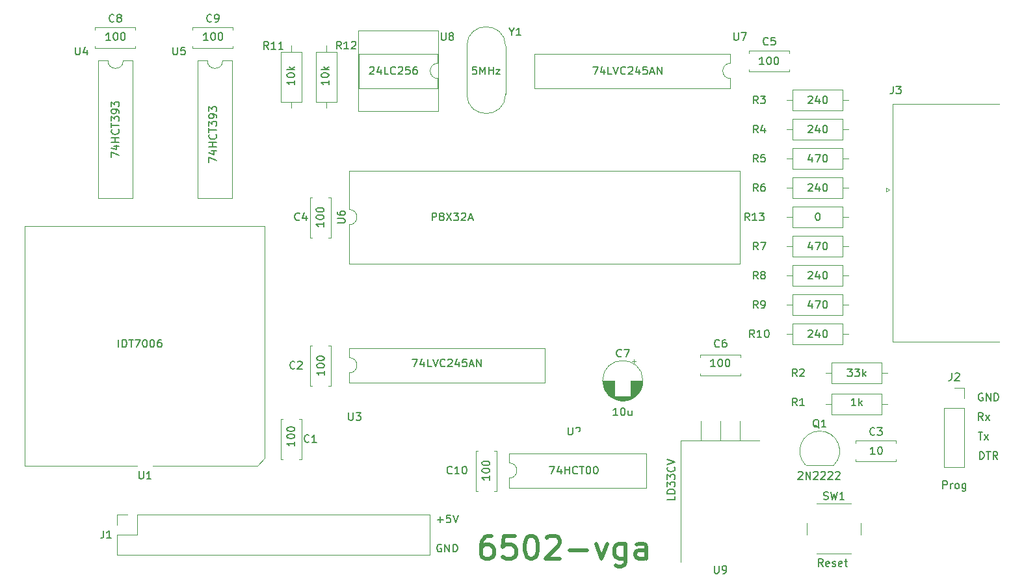
<source format=gto>
G04 #@! TF.GenerationSoftware,KiCad,Pcbnew,(6.0.1)*
G04 #@! TF.CreationDate,2022-02-26T16:04:48+01:00*
G04 #@! TF.ProjectId,6502-vga,36353032-2d76-4676-912e-6b696361645f,rev?*
G04 #@! TF.SameCoordinates,Original*
G04 #@! TF.FileFunction,Legend,Top*
G04 #@! TF.FilePolarity,Positive*
%FSLAX46Y46*%
G04 Gerber Fmt 4.6, Leading zero omitted, Abs format (unit mm)*
G04 Created by KiCad (PCBNEW (6.0.1)) date 2022-02-26 16:04:48*
%MOMM*%
%LPD*%
G01*
G04 APERTURE LIST*
%ADD10C,0.150000*%
%ADD11C,0.500000*%
%ADD12C,0.120000*%
%ADD13C,0.100000*%
%ADD14C,1.600000*%
%ADD15R,1.700000X1.700000*%
%ADD16O,1.700000X1.700000*%
%ADD17C,4.000000*%
%ADD18R,1.600000X1.600000*%
%ADD19R,1.300000X1.300000*%
%ADD20C,1.300000*%
%ADD21O,1.600000X1.600000*%
%ADD22R,1.422400X1.422400*%
%ADD23C,1.422400*%
%ADD24R,1.600000X2.400000*%
%ADD25O,1.600000X2.400000*%
%ADD26R,2.400000X1.600000*%
%ADD27O,2.400000X1.600000*%
%ADD28C,1.500000*%
%ADD29C,0.800000*%
%ADD30C,6.400000*%
%ADD31C,2.000000*%
%ADD32O,3.500000X3.500000*%
%ADD33R,1.905000X2.000000*%
%ADD34O,1.905000X2.000000*%
G04 APERTURE END LIST*
D10*
X127976380Y-98003857D02*
X127976380Y-97337190D01*
X128976380Y-97765761D01*
X128309714Y-96527666D02*
X128976380Y-96527666D01*
X127928761Y-96765761D02*
X128643047Y-97003857D01*
X128643047Y-96384809D01*
X128976380Y-96003857D02*
X127976380Y-96003857D01*
X128452571Y-96003857D02*
X128452571Y-95432428D01*
X128976380Y-95432428D02*
X127976380Y-95432428D01*
X128881142Y-94384809D02*
X128928761Y-94432428D01*
X128976380Y-94575285D01*
X128976380Y-94670523D01*
X128928761Y-94813380D01*
X128833523Y-94908619D01*
X128738285Y-94956238D01*
X128547809Y-95003857D01*
X128404952Y-95003857D01*
X128214476Y-94956238D01*
X128119238Y-94908619D01*
X128024000Y-94813380D01*
X127976380Y-94670523D01*
X127976380Y-94575285D01*
X128024000Y-94432428D01*
X128071619Y-94384809D01*
X127976380Y-94099095D02*
X127976380Y-93527666D01*
X128976380Y-93813380D02*
X127976380Y-93813380D01*
X127976380Y-93289571D02*
X127976380Y-92670523D01*
X128357333Y-93003857D01*
X128357333Y-92861000D01*
X128404952Y-92765761D01*
X128452571Y-92718142D01*
X128547809Y-92670523D01*
X128785904Y-92670523D01*
X128881142Y-92718142D01*
X128928761Y-92765761D01*
X128976380Y-92861000D01*
X128976380Y-93146714D01*
X128928761Y-93241952D01*
X128881142Y-93289571D01*
X128976380Y-92194333D02*
X128976380Y-92003857D01*
X128928761Y-91908619D01*
X128881142Y-91861000D01*
X128738285Y-91765761D01*
X128547809Y-91718142D01*
X128166857Y-91718142D01*
X128071619Y-91765761D01*
X128024000Y-91813380D01*
X127976380Y-91908619D01*
X127976380Y-92099095D01*
X128024000Y-92194333D01*
X128071619Y-92241952D01*
X128166857Y-92289571D01*
X128404952Y-92289571D01*
X128500190Y-92241952D01*
X128547809Y-92194333D01*
X128595428Y-92099095D01*
X128595428Y-91908619D01*
X128547809Y-91813380D01*
X128500190Y-91765761D01*
X128404952Y-91718142D01*
X127976380Y-91384809D02*
X127976380Y-90765761D01*
X128357333Y-91099095D01*
X128357333Y-90956238D01*
X128404952Y-90861000D01*
X128452571Y-90813380D01*
X128547809Y-90765761D01*
X128785904Y-90765761D01*
X128881142Y-90813380D01*
X128928761Y-90861000D01*
X128976380Y-90956238D01*
X128976380Y-91241952D01*
X128928761Y-91337190D01*
X128881142Y-91384809D01*
X193897333Y-124658380D02*
X193325904Y-124658380D01*
X193611619Y-124658380D02*
X193611619Y-123658380D01*
X193516380Y-123801238D01*
X193421142Y-123896476D01*
X193325904Y-123944095D01*
X194516380Y-123658380D02*
X194611619Y-123658380D01*
X194706857Y-123706000D01*
X194754476Y-123753619D01*
X194802095Y-123848857D01*
X194849714Y-124039333D01*
X194849714Y-124277428D01*
X194802095Y-124467904D01*
X194754476Y-124563142D01*
X194706857Y-124610761D01*
X194611619Y-124658380D01*
X194516380Y-124658380D01*
X194421142Y-124610761D01*
X194373523Y-124563142D01*
X194325904Y-124467904D01*
X194278285Y-124277428D01*
X194278285Y-124039333D01*
X194325904Y-123848857D01*
X194373523Y-123753619D01*
X194421142Y-123706000D01*
X194516380Y-123658380D01*
X195468761Y-123658380D02*
X195564000Y-123658380D01*
X195659238Y-123706000D01*
X195706857Y-123753619D01*
X195754476Y-123848857D01*
X195802095Y-124039333D01*
X195802095Y-124277428D01*
X195754476Y-124467904D01*
X195706857Y-124563142D01*
X195659238Y-124610761D01*
X195564000Y-124658380D01*
X195468761Y-124658380D01*
X195373523Y-124610761D01*
X195325904Y-124563142D01*
X195278285Y-124467904D01*
X195230666Y-124277428D01*
X195230666Y-124039333D01*
X195278285Y-123848857D01*
X195325904Y-123753619D01*
X195373523Y-123706000D01*
X195468761Y-123658380D01*
X142946380Y-105822666D02*
X142946380Y-106394095D01*
X142946380Y-106108380D02*
X141946380Y-106108380D01*
X142089238Y-106203619D01*
X142184476Y-106298857D01*
X142232095Y-106394095D01*
X141946380Y-105203619D02*
X141946380Y-105108380D01*
X141994000Y-105013142D01*
X142041619Y-104965523D01*
X142136857Y-104917904D01*
X142327333Y-104870285D01*
X142565428Y-104870285D01*
X142755904Y-104917904D01*
X142851142Y-104965523D01*
X142898761Y-105013142D01*
X142946380Y-105108380D01*
X142946380Y-105203619D01*
X142898761Y-105298857D01*
X142851142Y-105346476D01*
X142755904Y-105394095D01*
X142565428Y-105441714D01*
X142327333Y-105441714D01*
X142136857Y-105394095D01*
X142041619Y-105346476D01*
X141994000Y-105298857D01*
X141946380Y-105203619D01*
X141946380Y-104251238D02*
X141946380Y-104156000D01*
X141994000Y-104060761D01*
X142041619Y-104013142D01*
X142136857Y-103965523D01*
X142327333Y-103917904D01*
X142565428Y-103917904D01*
X142755904Y-103965523D01*
X142851142Y-104013142D01*
X142898761Y-104060761D01*
X142946380Y-104156000D01*
X142946380Y-104251238D01*
X142898761Y-104346476D01*
X142851142Y-104394095D01*
X142755904Y-104441714D01*
X142565428Y-104489333D01*
X142327333Y-104489333D01*
X142136857Y-104441714D01*
X142041619Y-104394095D01*
X141994000Y-104346476D01*
X141946380Y-104251238D01*
X164536380Y-138842666D02*
X164536380Y-139414095D01*
X164536380Y-139128380D02*
X163536380Y-139128380D01*
X163679238Y-139223619D01*
X163774476Y-139318857D01*
X163822095Y-139414095D01*
X163536380Y-138223619D02*
X163536380Y-138128380D01*
X163584000Y-138033142D01*
X163631619Y-137985523D01*
X163726857Y-137937904D01*
X163917333Y-137890285D01*
X164155428Y-137890285D01*
X164345904Y-137937904D01*
X164441142Y-137985523D01*
X164488761Y-138033142D01*
X164536380Y-138128380D01*
X164536380Y-138223619D01*
X164488761Y-138318857D01*
X164441142Y-138366476D01*
X164345904Y-138414095D01*
X164155428Y-138461714D01*
X163917333Y-138461714D01*
X163726857Y-138414095D01*
X163631619Y-138366476D01*
X163584000Y-138318857D01*
X163536380Y-138223619D01*
X163536380Y-137271238D02*
X163536380Y-137176000D01*
X163584000Y-137080761D01*
X163631619Y-137033142D01*
X163726857Y-136985523D01*
X163917333Y-136937904D01*
X164155428Y-136937904D01*
X164345904Y-136985523D01*
X164441142Y-137033142D01*
X164488761Y-137080761D01*
X164536380Y-137176000D01*
X164536380Y-137271238D01*
X164488761Y-137366476D01*
X164441142Y-137414095D01*
X164345904Y-137461714D01*
X164155428Y-137509333D01*
X163917333Y-137509333D01*
X163726857Y-137461714D01*
X163631619Y-137414095D01*
X163584000Y-137366476D01*
X163536380Y-137271238D01*
X207216380Y-104608380D02*
X207311619Y-104608380D01*
X207406857Y-104656000D01*
X207454476Y-104703619D01*
X207502095Y-104798857D01*
X207549714Y-104989333D01*
X207549714Y-105227428D01*
X207502095Y-105417904D01*
X207454476Y-105513142D01*
X207406857Y-105560761D01*
X207311619Y-105608380D01*
X207216380Y-105608380D01*
X207121142Y-105560761D01*
X207073523Y-105513142D01*
X207025904Y-105417904D01*
X206978285Y-105227428D01*
X206978285Y-104989333D01*
X207025904Y-104798857D01*
X207073523Y-104703619D01*
X207121142Y-104656000D01*
X207216380Y-104608380D01*
X127857333Y-82113380D02*
X127285904Y-82113380D01*
X127571619Y-82113380D02*
X127571619Y-81113380D01*
X127476380Y-81256238D01*
X127381142Y-81351476D01*
X127285904Y-81399095D01*
X128476380Y-81113380D02*
X128571619Y-81113380D01*
X128666857Y-81161000D01*
X128714476Y-81208619D01*
X128762095Y-81303857D01*
X128809714Y-81494333D01*
X128809714Y-81732428D01*
X128762095Y-81922904D01*
X128714476Y-82018142D01*
X128666857Y-82065761D01*
X128571619Y-82113380D01*
X128476380Y-82113380D01*
X128381142Y-82065761D01*
X128333523Y-82018142D01*
X128285904Y-81922904D01*
X128238285Y-81732428D01*
X128238285Y-81494333D01*
X128285904Y-81303857D01*
X128333523Y-81208619D01*
X128381142Y-81161000D01*
X128476380Y-81113380D01*
X129428761Y-81113380D02*
X129524000Y-81113380D01*
X129619238Y-81161000D01*
X129666857Y-81208619D01*
X129714476Y-81303857D01*
X129762095Y-81494333D01*
X129762095Y-81732428D01*
X129714476Y-81922904D01*
X129666857Y-82018142D01*
X129619238Y-82065761D01*
X129524000Y-82113380D01*
X129428761Y-82113380D01*
X129333523Y-82065761D01*
X129285904Y-82018142D01*
X129238285Y-81922904D01*
X129190666Y-81732428D01*
X129190666Y-81494333D01*
X129238285Y-81303857D01*
X129285904Y-81208619D01*
X129333523Y-81161000D01*
X129428761Y-81113380D01*
X115157333Y-82113380D02*
X114585904Y-82113380D01*
X114871619Y-82113380D02*
X114871619Y-81113380D01*
X114776380Y-81256238D01*
X114681142Y-81351476D01*
X114585904Y-81399095D01*
X115776380Y-81113380D02*
X115871619Y-81113380D01*
X115966857Y-81161000D01*
X116014476Y-81208619D01*
X116062095Y-81303857D01*
X116109714Y-81494333D01*
X116109714Y-81732428D01*
X116062095Y-81922904D01*
X116014476Y-82018142D01*
X115966857Y-82065761D01*
X115871619Y-82113380D01*
X115776380Y-82113380D01*
X115681142Y-82065761D01*
X115633523Y-82018142D01*
X115585904Y-81922904D01*
X115538285Y-81732428D01*
X115538285Y-81494333D01*
X115585904Y-81303857D01*
X115633523Y-81208619D01*
X115681142Y-81161000D01*
X115776380Y-81113380D01*
X116728761Y-81113380D02*
X116824000Y-81113380D01*
X116919238Y-81161000D01*
X116966857Y-81208619D01*
X117014476Y-81303857D01*
X117062095Y-81494333D01*
X117062095Y-81732428D01*
X117014476Y-81922904D01*
X116966857Y-82018142D01*
X116919238Y-82065761D01*
X116824000Y-82113380D01*
X116728761Y-82113380D01*
X116633523Y-82065761D01*
X116585904Y-82018142D01*
X116538285Y-81922904D01*
X116490666Y-81732428D01*
X116490666Y-81494333D01*
X116538285Y-81303857D01*
X116585904Y-81208619D01*
X116633523Y-81161000D01*
X116728761Y-81113380D01*
X206025904Y-119943619D02*
X206073523Y-119896000D01*
X206168761Y-119848380D01*
X206406857Y-119848380D01*
X206502095Y-119896000D01*
X206549714Y-119943619D01*
X206597333Y-120038857D01*
X206597333Y-120134095D01*
X206549714Y-120276952D01*
X205978285Y-120848380D01*
X206597333Y-120848380D01*
X207454476Y-120181714D02*
X207454476Y-120848380D01*
X207216380Y-119800761D02*
X206978285Y-120515047D01*
X207597333Y-120515047D01*
X208168761Y-119848380D02*
X208264000Y-119848380D01*
X208359238Y-119896000D01*
X208406857Y-119943619D01*
X208454476Y-120038857D01*
X208502095Y-120229333D01*
X208502095Y-120467428D01*
X208454476Y-120657904D01*
X208406857Y-120753142D01*
X208359238Y-120800761D01*
X208264000Y-120848380D01*
X208168761Y-120848380D01*
X208073523Y-120800761D01*
X208025904Y-120753142D01*
X207978285Y-120657904D01*
X207930666Y-120467428D01*
X207930666Y-120229333D01*
X207978285Y-120038857D01*
X208025904Y-119943619D01*
X208073523Y-119896000D01*
X208168761Y-119848380D01*
X206025904Y-93273619D02*
X206073523Y-93226000D01*
X206168761Y-93178380D01*
X206406857Y-93178380D01*
X206502095Y-93226000D01*
X206549714Y-93273619D01*
X206597333Y-93368857D01*
X206597333Y-93464095D01*
X206549714Y-93606952D01*
X205978285Y-94178380D01*
X206597333Y-94178380D01*
X207454476Y-93511714D02*
X207454476Y-94178380D01*
X207216380Y-93130761D02*
X206978285Y-93845047D01*
X207597333Y-93845047D01*
X208168761Y-93178380D02*
X208264000Y-93178380D01*
X208359238Y-93226000D01*
X208406857Y-93273619D01*
X208454476Y-93368857D01*
X208502095Y-93559333D01*
X208502095Y-93797428D01*
X208454476Y-93987904D01*
X208406857Y-94083142D01*
X208359238Y-94130761D01*
X208264000Y-94178380D01*
X208168761Y-94178380D01*
X208073523Y-94130761D01*
X208025904Y-94083142D01*
X207978285Y-93987904D01*
X207930666Y-93797428D01*
X207930666Y-93559333D01*
X207978285Y-93368857D01*
X208025904Y-93273619D01*
X208073523Y-93226000D01*
X208168761Y-93178380D01*
X206025904Y-100893619D02*
X206073523Y-100846000D01*
X206168761Y-100798380D01*
X206406857Y-100798380D01*
X206502095Y-100846000D01*
X206549714Y-100893619D01*
X206597333Y-100988857D01*
X206597333Y-101084095D01*
X206549714Y-101226952D01*
X205978285Y-101798380D01*
X206597333Y-101798380D01*
X207454476Y-101131714D02*
X207454476Y-101798380D01*
X207216380Y-100750761D02*
X206978285Y-101465047D01*
X207597333Y-101465047D01*
X208168761Y-100798380D02*
X208264000Y-100798380D01*
X208359238Y-100846000D01*
X208406857Y-100893619D01*
X208454476Y-100988857D01*
X208502095Y-101179333D01*
X208502095Y-101417428D01*
X208454476Y-101607904D01*
X208406857Y-101703142D01*
X208359238Y-101750761D01*
X208264000Y-101798380D01*
X208168761Y-101798380D01*
X208073523Y-101750761D01*
X208025904Y-101703142D01*
X207978285Y-101607904D01*
X207930666Y-101417428D01*
X207930666Y-101179333D01*
X207978285Y-100988857D01*
X208025904Y-100893619D01*
X208073523Y-100846000D01*
X208168761Y-100798380D01*
X206025904Y-89463619D02*
X206073523Y-89416000D01*
X206168761Y-89368380D01*
X206406857Y-89368380D01*
X206502095Y-89416000D01*
X206549714Y-89463619D01*
X206597333Y-89558857D01*
X206597333Y-89654095D01*
X206549714Y-89796952D01*
X205978285Y-90368380D01*
X206597333Y-90368380D01*
X207454476Y-89701714D02*
X207454476Y-90368380D01*
X207216380Y-89320761D02*
X206978285Y-90035047D01*
X207597333Y-90035047D01*
X208168761Y-89368380D02*
X208264000Y-89368380D01*
X208359238Y-89416000D01*
X208406857Y-89463619D01*
X208454476Y-89558857D01*
X208502095Y-89749333D01*
X208502095Y-89987428D01*
X208454476Y-90177904D01*
X208406857Y-90273142D01*
X208359238Y-90320761D01*
X208264000Y-90368380D01*
X208168761Y-90368380D01*
X208073523Y-90320761D01*
X208025904Y-90273142D01*
X207978285Y-90177904D01*
X207930666Y-89987428D01*
X207930666Y-89749333D01*
X207978285Y-89558857D01*
X208025904Y-89463619D01*
X208073523Y-89416000D01*
X208168761Y-89368380D01*
X206025904Y-112323619D02*
X206073523Y-112276000D01*
X206168761Y-112228380D01*
X206406857Y-112228380D01*
X206502095Y-112276000D01*
X206549714Y-112323619D01*
X206597333Y-112418857D01*
X206597333Y-112514095D01*
X206549714Y-112656952D01*
X205978285Y-113228380D01*
X206597333Y-113228380D01*
X207454476Y-112561714D02*
X207454476Y-113228380D01*
X207216380Y-112180761D02*
X206978285Y-112895047D01*
X207597333Y-112895047D01*
X208168761Y-112228380D02*
X208264000Y-112228380D01*
X208359238Y-112276000D01*
X208406857Y-112323619D01*
X208454476Y-112418857D01*
X208502095Y-112609333D01*
X208502095Y-112847428D01*
X208454476Y-113037904D01*
X208406857Y-113133142D01*
X208359238Y-113180761D01*
X208264000Y-113228380D01*
X208168761Y-113228380D01*
X208073523Y-113180761D01*
X208025904Y-113133142D01*
X207978285Y-113037904D01*
X207930666Y-112847428D01*
X207930666Y-112609333D01*
X207978285Y-112418857D01*
X208025904Y-112323619D01*
X208073523Y-112276000D01*
X208168761Y-112228380D01*
X223567809Y-140533380D02*
X223567809Y-139533380D01*
X223948761Y-139533380D01*
X224044000Y-139581000D01*
X224091619Y-139628619D01*
X224139238Y-139723857D01*
X224139238Y-139866714D01*
X224091619Y-139961952D01*
X224044000Y-140009571D01*
X223948761Y-140057190D01*
X223567809Y-140057190D01*
X224567809Y-140533380D02*
X224567809Y-139866714D01*
X224567809Y-140057190D02*
X224615428Y-139961952D01*
X224663047Y-139914333D01*
X224758285Y-139866714D01*
X224853523Y-139866714D01*
X225329714Y-140533380D02*
X225234476Y-140485761D01*
X225186857Y-140438142D01*
X225139238Y-140342904D01*
X225139238Y-140057190D01*
X225186857Y-139961952D01*
X225234476Y-139914333D01*
X225329714Y-139866714D01*
X225472571Y-139866714D01*
X225567809Y-139914333D01*
X225615428Y-139961952D01*
X225663047Y-140057190D01*
X225663047Y-140342904D01*
X225615428Y-140438142D01*
X225567809Y-140485761D01*
X225472571Y-140533380D01*
X225329714Y-140533380D01*
X226520190Y-139866714D02*
X226520190Y-140676238D01*
X226472571Y-140771476D01*
X226424952Y-140819095D01*
X226329714Y-140866714D01*
X226186857Y-140866714D01*
X226091619Y-140819095D01*
X226520190Y-140485761D02*
X226424952Y-140533380D01*
X226234476Y-140533380D01*
X226139238Y-140485761D01*
X226091619Y-140438142D01*
X226044000Y-140342904D01*
X226044000Y-140057190D01*
X226091619Y-139961952D01*
X226139238Y-139914333D01*
X226234476Y-139866714D01*
X226424952Y-139866714D01*
X226520190Y-139914333D01*
X143581380Y-87336238D02*
X143581380Y-87907666D01*
X143581380Y-87621952D02*
X142581380Y-87621952D01*
X142724238Y-87717190D01*
X142819476Y-87812428D01*
X142867095Y-87907666D01*
X142581380Y-86717190D02*
X142581380Y-86621952D01*
X142629000Y-86526714D01*
X142676619Y-86479095D01*
X142771857Y-86431476D01*
X142962333Y-86383857D01*
X143200428Y-86383857D01*
X143390904Y-86431476D01*
X143486142Y-86479095D01*
X143533761Y-86526714D01*
X143581380Y-86621952D01*
X143581380Y-86717190D01*
X143533761Y-86812428D01*
X143486142Y-86860047D01*
X143390904Y-86907666D01*
X143200428Y-86955285D01*
X142962333Y-86955285D01*
X142771857Y-86907666D01*
X142676619Y-86860047D01*
X142629000Y-86812428D01*
X142581380Y-86717190D01*
X143581380Y-85955285D02*
X142581380Y-85955285D01*
X143200428Y-85860047D02*
X143581380Y-85574333D01*
X142914714Y-85574333D02*
X143295666Y-85955285D01*
D11*
X164815428Y-146693142D02*
X164244000Y-146693142D01*
X163958285Y-146836000D01*
X163815428Y-146978857D01*
X163529714Y-147407428D01*
X163386857Y-147978857D01*
X163386857Y-149121714D01*
X163529714Y-149407428D01*
X163672571Y-149550285D01*
X163958285Y-149693142D01*
X164529714Y-149693142D01*
X164815428Y-149550285D01*
X164958285Y-149407428D01*
X165101142Y-149121714D01*
X165101142Y-148407428D01*
X164958285Y-148121714D01*
X164815428Y-147978857D01*
X164529714Y-147836000D01*
X163958285Y-147836000D01*
X163672571Y-147978857D01*
X163529714Y-148121714D01*
X163386857Y-148407428D01*
X167815428Y-146693142D02*
X166386857Y-146693142D01*
X166244000Y-148121714D01*
X166386857Y-147978857D01*
X166672571Y-147836000D01*
X167386857Y-147836000D01*
X167672571Y-147978857D01*
X167815428Y-148121714D01*
X167958285Y-148407428D01*
X167958285Y-149121714D01*
X167815428Y-149407428D01*
X167672571Y-149550285D01*
X167386857Y-149693142D01*
X166672571Y-149693142D01*
X166386857Y-149550285D01*
X166244000Y-149407428D01*
X169815428Y-146693142D02*
X170101142Y-146693142D01*
X170386857Y-146836000D01*
X170529714Y-146978857D01*
X170672571Y-147264571D01*
X170815428Y-147836000D01*
X170815428Y-148550285D01*
X170672571Y-149121714D01*
X170529714Y-149407428D01*
X170386857Y-149550285D01*
X170101142Y-149693142D01*
X169815428Y-149693142D01*
X169529714Y-149550285D01*
X169386857Y-149407428D01*
X169244000Y-149121714D01*
X169101142Y-148550285D01*
X169101142Y-147836000D01*
X169244000Y-147264571D01*
X169386857Y-146978857D01*
X169529714Y-146836000D01*
X169815428Y-146693142D01*
X171958285Y-146978857D02*
X172101142Y-146836000D01*
X172386857Y-146693142D01*
X173101142Y-146693142D01*
X173386857Y-146836000D01*
X173529714Y-146978857D01*
X173672571Y-147264571D01*
X173672571Y-147550285D01*
X173529714Y-147978857D01*
X171815428Y-149693142D01*
X173672571Y-149693142D01*
X174958285Y-148550285D02*
X177244000Y-148550285D01*
X178386857Y-147693142D02*
X179101142Y-149693142D01*
X179815428Y-147693142D01*
X182244000Y-147693142D02*
X182244000Y-150121714D01*
X182101142Y-150407428D01*
X181958285Y-150550285D01*
X181672571Y-150693142D01*
X181244000Y-150693142D01*
X180958285Y-150550285D01*
X182244000Y-149550285D02*
X181958285Y-149693142D01*
X181386857Y-149693142D01*
X181101142Y-149550285D01*
X180958285Y-149407428D01*
X180815428Y-149121714D01*
X180815428Y-148264571D01*
X180958285Y-147978857D01*
X181101142Y-147836000D01*
X181386857Y-147693142D01*
X181958285Y-147693142D01*
X182244000Y-147836000D01*
X184958285Y-149693142D02*
X184958285Y-148121714D01*
X184815428Y-147836000D01*
X184529714Y-147693142D01*
X183958285Y-147693142D01*
X183672571Y-147836000D01*
X184958285Y-149550285D02*
X184672571Y-149693142D01*
X183958285Y-149693142D01*
X183672571Y-149550285D01*
X183529714Y-149264571D01*
X183529714Y-148978857D01*
X183672571Y-148693142D01*
X183958285Y-148550285D01*
X184672571Y-148550285D01*
X184958285Y-148407428D01*
D10*
X154480190Y-123658380D02*
X155146857Y-123658380D01*
X154718285Y-124658380D01*
X155956380Y-123991714D02*
X155956380Y-124658380D01*
X155718285Y-123610761D02*
X155480190Y-124325047D01*
X156099238Y-124325047D01*
X156956380Y-124658380D02*
X156480190Y-124658380D01*
X156480190Y-123658380D01*
X157146857Y-123658380D02*
X157480190Y-124658380D01*
X157813523Y-123658380D01*
X158718285Y-124563142D02*
X158670666Y-124610761D01*
X158527809Y-124658380D01*
X158432571Y-124658380D01*
X158289714Y-124610761D01*
X158194476Y-124515523D01*
X158146857Y-124420285D01*
X158099238Y-124229809D01*
X158099238Y-124086952D01*
X158146857Y-123896476D01*
X158194476Y-123801238D01*
X158289714Y-123706000D01*
X158432571Y-123658380D01*
X158527809Y-123658380D01*
X158670666Y-123706000D01*
X158718285Y-123753619D01*
X159099238Y-123753619D02*
X159146857Y-123706000D01*
X159242095Y-123658380D01*
X159480190Y-123658380D01*
X159575428Y-123706000D01*
X159623047Y-123753619D01*
X159670666Y-123848857D01*
X159670666Y-123944095D01*
X159623047Y-124086952D01*
X159051619Y-124658380D01*
X159670666Y-124658380D01*
X160527809Y-123991714D02*
X160527809Y-124658380D01*
X160289714Y-123610761D02*
X160051619Y-124325047D01*
X160670666Y-124325047D01*
X161527809Y-123658380D02*
X161051619Y-123658380D01*
X161004000Y-124134571D01*
X161051619Y-124086952D01*
X161146857Y-124039333D01*
X161384952Y-124039333D01*
X161480190Y-124086952D01*
X161527809Y-124134571D01*
X161575428Y-124229809D01*
X161575428Y-124467904D01*
X161527809Y-124563142D01*
X161480190Y-124610761D01*
X161384952Y-124658380D01*
X161146857Y-124658380D01*
X161051619Y-124610761D01*
X161004000Y-124563142D01*
X161956380Y-124372666D02*
X162432571Y-124372666D01*
X161861142Y-124658380D02*
X162194476Y-123658380D01*
X162527809Y-124658380D01*
X162861142Y-124658380D02*
X162861142Y-123658380D01*
X163432571Y-124658380D01*
X163432571Y-123658380D01*
X181221142Y-131008380D02*
X180649714Y-131008380D01*
X180935428Y-131008380D02*
X180935428Y-130008380D01*
X180840190Y-130151238D01*
X180744952Y-130246476D01*
X180649714Y-130294095D01*
X181840190Y-130008380D02*
X181935428Y-130008380D01*
X182030666Y-130056000D01*
X182078285Y-130103619D01*
X182125904Y-130198857D01*
X182173523Y-130389333D01*
X182173523Y-130627428D01*
X182125904Y-130817904D01*
X182078285Y-130913142D01*
X182030666Y-130960761D01*
X181935428Y-131008380D01*
X181840190Y-131008380D01*
X181744952Y-130960761D01*
X181697333Y-130913142D01*
X181649714Y-130817904D01*
X181602095Y-130627428D01*
X181602095Y-130389333D01*
X181649714Y-130198857D01*
X181697333Y-130103619D01*
X181744952Y-130056000D01*
X181840190Y-130008380D01*
X183030666Y-130341714D02*
X183030666Y-131008380D01*
X182602095Y-130341714D02*
X182602095Y-130865523D01*
X182649714Y-130960761D01*
X182744952Y-131008380D01*
X182887809Y-131008380D01*
X182983047Y-130960761D01*
X183030666Y-130913142D01*
X188666380Y-141517428D02*
X188666380Y-141993619D01*
X187666380Y-141993619D01*
X188666380Y-141184095D02*
X187666380Y-141184095D01*
X187666380Y-140946000D01*
X187714000Y-140803142D01*
X187809238Y-140707904D01*
X187904476Y-140660285D01*
X188094952Y-140612666D01*
X188237809Y-140612666D01*
X188428285Y-140660285D01*
X188523523Y-140707904D01*
X188618761Y-140803142D01*
X188666380Y-140946000D01*
X188666380Y-141184095D01*
X187666380Y-140279333D02*
X187666380Y-139660285D01*
X188047333Y-139993619D01*
X188047333Y-139850761D01*
X188094952Y-139755523D01*
X188142571Y-139707904D01*
X188237809Y-139660285D01*
X188475904Y-139660285D01*
X188571142Y-139707904D01*
X188618761Y-139755523D01*
X188666380Y-139850761D01*
X188666380Y-140136476D01*
X188618761Y-140231714D01*
X188571142Y-140279333D01*
X187666380Y-139326952D02*
X187666380Y-138707904D01*
X188047333Y-139041238D01*
X188047333Y-138898380D01*
X188094952Y-138803142D01*
X188142571Y-138755523D01*
X188237809Y-138707904D01*
X188475904Y-138707904D01*
X188571142Y-138755523D01*
X188618761Y-138803142D01*
X188666380Y-138898380D01*
X188666380Y-139184095D01*
X188618761Y-139279333D01*
X188571142Y-139326952D01*
X188571142Y-137707904D02*
X188618761Y-137755523D01*
X188666380Y-137898380D01*
X188666380Y-137993619D01*
X188618761Y-138136476D01*
X188523523Y-138231714D01*
X188428285Y-138279333D01*
X188237809Y-138326952D01*
X188094952Y-138326952D01*
X187904476Y-138279333D01*
X187809238Y-138231714D01*
X187714000Y-138136476D01*
X187666380Y-137993619D01*
X187666380Y-137898380D01*
X187714000Y-137755523D01*
X187761619Y-137707904D01*
X187666380Y-137422190D02*
X188666380Y-137088857D01*
X187666380Y-136755523D01*
X157718285Y-144597428D02*
X158480190Y-144597428D01*
X158099238Y-144978380D02*
X158099238Y-144216476D01*
X159432571Y-143978380D02*
X158956380Y-143978380D01*
X158908761Y-144454571D01*
X158956380Y-144406952D01*
X159051619Y-144359333D01*
X159289714Y-144359333D01*
X159384952Y-144406952D01*
X159432571Y-144454571D01*
X159480190Y-144549809D01*
X159480190Y-144787904D01*
X159432571Y-144883142D01*
X159384952Y-144930761D01*
X159289714Y-144978380D01*
X159051619Y-144978380D01*
X158956380Y-144930761D01*
X158908761Y-144883142D01*
X159765904Y-143978380D02*
X160099238Y-144978380D01*
X160432571Y-143978380D01*
X204722968Y-138416636D02*
X204770587Y-138369017D01*
X204865825Y-138321397D01*
X205103920Y-138321397D01*
X205199158Y-138369017D01*
X205246777Y-138416636D01*
X205294396Y-138511874D01*
X205294396Y-138607112D01*
X205246777Y-138749969D01*
X204675349Y-139321397D01*
X205294396Y-139321397D01*
X205722968Y-139321397D02*
X205722968Y-138321397D01*
X206294396Y-139321397D01*
X206294396Y-138321397D01*
X206722968Y-138416636D02*
X206770587Y-138369017D01*
X206865825Y-138321397D01*
X207103920Y-138321397D01*
X207199158Y-138369017D01*
X207246777Y-138416636D01*
X207294396Y-138511874D01*
X207294396Y-138607112D01*
X207246777Y-138749969D01*
X206675349Y-139321397D01*
X207294396Y-139321397D01*
X207675349Y-138416636D02*
X207722968Y-138369017D01*
X207818206Y-138321397D01*
X208056301Y-138321397D01*
X208151539Y-138369017D01*
X208199158Y-138416636D01*
X208246777Y-138511874D01*
X208246777Y-138607112D01*
X208199158Y-138749969D01*
X207627730Y-139321397D01*
X208246777Y-139321397D01*
X208627730Y-138416636D02*
X208675349Y-138369017D01*
X208770587Y-138321397D01*
X209008682Y-138321397D01*
X209103920Y-138369017D01*
X209151539Y-138416636D01*
X209199158Y-138511874D01*
X209199158Y-138607112D01*
X209151539Y-138749969D01*
X208580111Y-139321397D01*
X209199158Y-139321397D01*
X209580111Y-138416636D02*
X209627730Y-138369017D01*
X209722968Y-138321397D01*
X209961063Y-138321397D01*
X210056301Y-138369017D01*
X210103920Y-138416636D01*
X210151539Y-138511874D01*
X210151539Y-138607112D01*
X210103920Y-138749969D01*
X209532492Y-139321397D01*
X210151539Y-139321397D01*
X177975190Y-85558380D02*
X178641857Y-85558380D01*
X178213285Y-86558380D01*
X179451380Y-85891714D02*
X179451380Y-86558380D01*
X179213285Y-85510761D02*
X178975190Y-86225047D01*
X179594238Y-86225047D01*
X180451380Y-86558380D02*
X179975190Y-86558380D01*
X179975190Y-85558380D01*
X180641857Y-85558380D02*
X180975190Y-86558380D01*
X181308523Y-85558380D01*
X182213285Y-86463142D02*
X182165666Y-86510761D01*
X182022809Y-86558380D01*
X181927571Y-86558380D01*
X181784714Y-86510761D01*
X181689476Y-86415523D01*
X181641857Y-86320285D01*
X181594238Y-86129809D01*
X181594238Y-85986952D01*
X181641857Y-85796476D01*
X181689476Y-85701238D01*
X181784714Y-85606000D01*
X181927571Y-85558380D01*
X182022809Y-85558380D01*
X182165666Y-85606000D01*
X182213285Y-85653619D01*
X182594238Y-85653619D02*
X182641857Y-85606000D01*
X182737095Y-85558380D01*
X182975190Y-85558380D01*
X183070428Y-85606000D01*
X183118047Y-85653619D01*
X183165666Y-85748857D01*
X183165666Y-85844095D01*
X183118047Y-85986952D01*
X182546619Y-86558380D01*
X183165666Y-86558380D01*
X184022809Y-85891714D02*
X184022809Y-86558380D01*
X183784714Y-85510761D02*
X183546619Y-86225047D01*
X184165666Y-86225047D01*
X185022809Y-85558380D02*
X184546619Y-85558380D01*
X184499000Y-86034571D01*
X184546619Y-85986952D01*
X184641857Y-85939333D01*
X184879952Y-85939333D01*
X184975190Y-85986952D01*
X185022809Y-86034571D01*
X185070428Y-86129809D01*
X185070428Y-86367904D01*
X185022809Y-86463142D01*
X184975190Y-86510761D01*
X184879952Y-86558380D01*
X184641857Y-86558380D01*
X184546619Y-86510761D01*
X184499000Y-86463142D01*
X185451380Y-86272666D02*
X185927571Y-86272666D01*
X185356142Y-86558380D02*
X185689476Y-85558380D01*
X186022809Y-86558380D01*
X186356142Y-86558380D02*
X186356142Y-85558380D01*
X186927571Y-86558380D01*
X186927571Y-85558380D01*
X172347333Y-137628380D02*
X173014000Y-137628380D01*
X172585428Y-138628380D01*
X173823523Y-137961714D02*
X173823523Y-138628380D01*
X173585428Y-137580761D02*
X173347333Y-138295047D01*
X173966380Y-138295047D01*
X174347333Y-138628380D02*
X174347333Y-137628380D01*
X174347333Y-138104571D02*
X174918761Y-138104571D01*
X174918761Y-138628380D02*
X174918761Y-137628380D01*
X175966380Y-138533142D02*
X175918761Y-138580761D01*
X175775904Y-138628380D01*
X175680666Y-138628380D01*
X175537809Y-138580761D01*
X175442571Y-138485523D01*
X175394952Y-138390285D01*
X175347333Y-138199809D01*
X175347333Y-138056952D01*
X175394952Y-137866476D01*
X175442571Y-137771238D01*
X175537809Y-137676000D01*
X175680666Y-137628380D01*
X175775904Y-137628380D01*
X175918761Y-137676000D01*
X175966380Y-137723619D01*
X176252095Y-137628380D02*
X176823523Y-137628380D01*
X176537809Y-138628380D02*
X176537809Y-137628380D01*
X177347333Y-137628380D02*
X177442571Y-137628380D01*
X177537809Y-137676000D01*
X177585428Y-137723619D01*
X177633047Y-137818857D01*
X177680666Y-138009333D01*
X177680666Y-138247428D01*
X177633047Y-138437904D01*
X177585428Y-138533142D01*
X177537809Y-138580761D01*
X177442571Y-138628380D01*
X177347333Y-138628380D01*
X177252095Y-138580761D01*
X177204476Y-138533142D01*
X177156857Y-138437904D01*
X177109238Y-138247428D01*
X177109238Y-138009333D01*
X177156857Y-137818857D01*
X177204476Y-137723619D01*
X177252095Y-137676000D01*
X177347333Y-137628380D01*
X178299714Y-137628380D02*
X178394952Y-137628380D01*
X178490190Y-137676000D01*
X178537809Y-137723619D01*
X178585428Y-137818857D01*
X178633047Y-138009333D01*
X178633047Y-138247428D01*
X178585428Y-138437904D01*
X178537809Y-138533142D01*
X178490190Y-138580761D01*
X178394952Y-138628380D01*
X178299714Y-138628380D01*
X178204476Y-138580761D01*
X178156857Y-138533142D01*
X178109238Y-138437904D01*
X178061619Y-138247428D01*
X178061619Y-138009333D01*
X178109238Y-137818857D01*
X178156857Y-137723619D01*
X178204476Y-137676000D01*
X178299714Y-137628380D01*
X228758761Y-131643380D02*
X228425428Y-131167190D01*
X228187333Y-131643380D02*
X228187333Y-130643380D01*
X228568285Y-130643380D01*
X228663523Y-130691000D01*
X228711142Y-130738619D01*
X228758761Y-130833857D01*
X228758761Y-130976714D01*
X228711142Y-131071952D01*
X228663523Y-131119571D01*
X228568285Y-131167190D01*
X228187333Y-131167190D01*
X229092095Y-131643380D02*
X229615904Y-130976714D01*
X229092095Y-130976714D02*
X229615904Y-131643380D01*
X157043761Y-105608380D02*
X157043761Y-104608380D01*
X157424714Y-104608380D01*
X157519952Y-104656000D01*
X157567571Y-104703619D01*
X157615190Y-104798857D01*
X157615190Y-104941714D01*
X157567571Y-105036952D01*
X157519952Y-105084571D01*
X157424714Y-105132190D01*
X157043761Y-105132190D01*
X158186619Y-105036952D02*
X158091380Y-104989333D01*
X158043761Y-104941714D01*
X157996142Y-104846476D01*
X157996142Y-104798857D01*
X158043761Y-104703619D01*
X158091380Y-104656000D01*
X158186619Y-104608380D01*
X158377095Y-104608380D01*
X158472333Y-104656000D01*
X158519952Y-104703619D01*
X158567571Y-104798857D01*
X158567571Y-104846476D01*
X158519952Y-104941714D01*
X158472333Y-104989333D01*
X158377095Y-105036952D01*
X158186619Y-105036952D01*
X158091380Y-105084571D01*
X158043761Y-105132190D01*
X157996142Y-105227428D01*
X157996142Y-105417904D01*
X158043761Y-105513142D01*
X158091380Y-105560761D01*
X158186619Y-105608380D01*
X158377095Y-105608380D01*
X158472333Y-105560761D01*
X158519952Y-105513142D01*
X158567571Y-105417904D01*
X158567571Y-105227428D01*
X158519952Y-105132190D01*
X158472333Y-105084571D01*
X158377095Y-105036952D01*
X158900904Y-104608380D02*
X159567571Y-105608380D01*
X159567571Y-104608380D02*
X158900904Y-105608380D01*
X159853285Y-104608380D02*
X160472333Y-104608380D01*
X160139000Y-104989333D01*
X160281857Y-104989333D01*
X160377095Y-105036952D01*
X160424714Y-105084571D01*
X160472333Y-105179809D01*
X160472333Y-105417904D01*
X160424714Y-105513142D01*
X160377095Y-105560761D01*
X160281857Y-105608380D01*
X159996142Y-105608380D01*
X159900904Y-105560761D01*
X159853285Y-105513142D01*
X160853285Y-104703619D02*
X160900904Y-104656000D01*
X160996142Y-104608380D01*
X161234238Y-104608380D01*
X161329476Y-104656000D01*
X161377095Y-104703619D01*
X161424714Y-104798857D01*
X161424714Y-104894095D01*
X161377095Y-105036952D01*
X160805666Y-105608380D01*
X161424714Y-105608380D01*
X161805666Y-105322666D02*
X162281857Y-105322666D01*
X161710428Y-105608380D02*
X162043761Y-104608380D01*
X162377095Y-105608380D01*
X214693523Y-136088380D02*
X214122095Y-136088380D01*
X214407809Y-136088380D02*
X214407809Y-135088380D01*
X214312571Y-135231238D01*
X214217333Y-135326476D01*
X214122095Y-135374095D01*
X215312571Y-135088380D02*
X215407809Y-135088380D01*
X215503047Y-135136000D01*
X215550666Y-135183619D01*
X215598285Y-135278857D01*
X215645904Y-135469333D01*
X215645904Y-135707428D01*
X215598285Y-135897904D01*
X215550666Y-135993142D01*
X215503047Y-136040761D01*
X215407809Y-136088380D01*
X215312571Y-136088380D01*
X215217333Y-136040761D01*
X215169714Y-135993142D01*
X215122095Y-135897904D01*
X215074476Y-135707428D01*
X215074476Y-135469333D01*
X215122095Y-135278857D01*
X215169714Y-135183619D01*
X215217333Y-135136000D01*
X215312571Y-135088380D01*
X162822095Y-85558380D02*
X162345904Y-85558380D01*
X162298285Y-86034571D01*
X162345904Y-85986952D01*
X162441142Y-85939333D01*
X162679238Y-85939333D01*
X162774476Y-85986952D01*
X162822095Y-86034571D01*
X162869714Y-86129809D01*
X162869714Y-86367904D01*
X162822095Y-86463142D01*
X162774476Y-86510761D01*
X162679238Y-86558380D01*
X162441142Y-86558380D01*
X162345904Y-86510761D01*
X162298285Y-86463142D01*
X163298285Y-86558380D02*
X163298285Y-85558380D01*
X163631619Y-86272666D01*
X163964952Y-85558380D01*
X163964952Y-86558380D01*
X164441142Y-86558380D02*
X164441142Y-85558380D01*
X164441142Y-86034571D02*
X165012571Y-86034571D01*
X165012571Y-86558380D02*
X165012571Y-85558380D01*
X165393523Y-85891714D02*
X165917333Y-85891714D01*
X165393523Y-86558380D01*
X165917333Y-86558380D01*
X212224952Y-129738380D02*
X211653523Y-129738380D01*
X211939238Y-129738380D02*
X211939238Y-128738380D01*
X211844000Y-128881238D01*
X211748761Y-128976476D01*
X211653523Y-129024095D01*
X212653523Y-129738380D02*
X212653523Y-128738380D01*
X212748761Y-129357428D02*
X213034476Y-129738380D01*
X213034476Y-129071714D02*
X212653523Y-129452666D01*
X207930904Y-150693380D02*
X207597571Y-150217190D01*
X207359476Y-150693380D02*
X207359476Y-149693380D01*
X207740428Y-149693380D01*
X207835666Y-149741000D01*
X207883285Y-149788619D01*
X207930904Y-149883857D01*
X207930904Y-150026714D01*
X207883285Y-150121952D01*
X207835666Y-150169571D01*
X207740428Y-150217190D01*
X207359476Y-150217190D01*
X208740428Y-150645761D02*
X208645190Y-150693380D01*
X208454714Y-150693380D01*
X208359476Y-150645761D01*
X208311857Y-150550523D01*
X208311857Y-150169571D01*
X208359476Y-150074333D01*
X208454714Y-150026714D01*
X208645190Y-150026714D01*
X208740428Y-150074333D01*
X208788047Y-150169571D01*
X208788047Y-150264809D01*
X208311857Y-150360047D01*
X209169000Y-150645761D02*
X209264238Y-150693380D01*
X209454714Y-150693380D01*
X209549952Y-150645761D01*
X209597571Y-150550523D01*
X209597571Y-150502904D01*
X209549952Y-150407666D01*
X209454714Y-150360047D01*
X209311857Y-150360047D01*
X209216619Y-150312428D01*
X209169000Y-150217190D01*
X209169000Y-150169571D01*
X209216619Y-150074333D01*
X209311857Y-150026714D01*
X209454714Y-150026714D01*
X209549952Y-150074333D01*
X210407095Y-150645761D02*
X210311857Y-150693380D01*
X210121380Y-150693380D01*
X210026142Y-150645761D01*
X209978523Y-150550523D01*
X209978523Y-150169571D01*
X210026142Y-150074333D01*
X210121380Y-150026714D01*
X210311857Y-150026714D01*
X210407095Y-150074333D01*
X210454714Y-150169571D01*
X210454714Y-150264809D01*
X209978523Y-150360047D01*
X210740428Y-150026714D02*
X211121380Y-150026714D01*
X210883285Y-149693380D02*
X210883285Y-150550523D01*
X210930904Y-150645761D01*
X211026142Y-150693380D01*
X211121380Y-150693380D01*
X115276380Y-97368857D02*
X115276380Y-96702190D01*
X116276380Y-97130761D01*
X115609714Y-95892666D02*
X116276380Y-95892666D01*
X115228761Y-96130761D02*
X115943047Y-96368857D01*
X115943047Y-95749809D01*
X116276380Y-95368857D02*
X115276380Y-95368857D01*
X115752571Y-95368857D02*
X115752571Y-94797428D01*
X116276380Y-94797428D02*
X115276380Y-94797428D01*
X116181142Y-93749809D02*
X116228761Y-93797428D01*
X116276380Y-93940285D01*
X116276380Y-94035523D01*
X116228761Y-94178380D01*
X116133523Y-94273619D01*
X116038285Y-94321238D01*
X115847809Y-94368857D01*
X115704952Y-94368857D01*
X115514476Y-94321238D01*
X115419238Y-94273619D01*
X115324000Y-94178380D01*
X115276380Y-94035523D01*
X115276380Y-93940285D01*
X115324000Y-93797428D01*
X115371619Y-93749809D01*
X115276380Y-93464095D02*
X115276380Y-92892666D01*
X116276380Y-93178380D02*
X115276380Y-93178380D01*
X115276380Y-92654571D02*
X115276380Y-92035523D01*
X115657333Y-92368857D01*
X115657333Y-92226000D01*
X115704952Y-92130761D01*
X115752571Y-92083142D01*
X115847809Y-92035523D01*
X116085904Y-92035523D01*
X116181142Y-92083142D01*
X116228761Y-92130761D01*
X116276380Y-92226000D01*
X116276380Y-92511714D01*
X116228761Y-92606952D01*
X116181142Y-92654571D01*
X116276380Y-91559333D02*
X116276380Y-91368857D01*
X116228761Y-91273619D01*
X116181142Y-91226000D01*
X116038285Y-91130761D01*
X115847809Y-91083142D01*
X115466857Y-91083142D01*
X115371619Y-91130761D01*
X115324000Y-91178380D01*
X115276380Y-91273619D01*
X115276380Y-91464095D01*
X115324000Y-91559333D01*
X115371619Y-91606952D01*
X115466857Y-91654571D01*
X115704952Y-91654571D01*
X115800190Y-91606952D01*
X115847809Y-91559333D01*
X115895428Y-91464095D01*
X115895428Y-91273619D01*
X115847809Y-91178380D01*
X115800190Y-91130761D01*
X115704952Y-91083142D01*
X115276380Y-90749809D02*
X115276380Y-90130761D01*
X115657333Y-90464095D01*
X115657333Y-90321238D01*
X115704952Y-90226000D01*
X115752571Y-90178380D01*
X115847809Y-90130761D01*
X116085904Y-90130761D01*
X116181142Y-90178380D01*
X116228761Y-90226000D01*
X116276380Y-90321238D01*
X116276380Y-90606952D01*
X116228761Y-90702190D01*
X116181142Y-90749809D01*
X143003599Y-125185641D02*
X143003599Y-125757070D01*
X143003599Y-125471355D02*
X142003599Y-125471355D01*
X142146457Y-125566594D01*
X142241695Y-125661832D01*
X142289314Y-125757070D01*
X142003599Y-124566594D02*
X142003599Y-124471355D01*
X142051219Y-124376117D01*
X142098838Y-124328498D01*
X142194076Y-124280879D01*
X142384552Y-124233260D01*
X142622647Y-124233260D01*
X142813123Y-124280879D01*
X142908361Y-124328498D01*
X142955980Y-124376117D01*
X143003599Y-124471355D01*
X143003599Y-124566594D01*
X142955980Y-124661832D01*
X142908361Y-124709451D01*
X142813123Y-124757070D01*
X142622647Y-124804689D01*
X142384552Y-124804689D01*
X142194076Y-124757070D01*
X142098838Y-124709451D01*
X142051219Y-124661832D01*
X142003599Y-124566594D01*
X142003599Y-123614213D02*
X142003599Y-123518975D01*
X142051219Y-123423736D01*
X142098838Y-123376117D01*
X142194076Y-123328498D01*
X142384552Y-123280879D01*
X142622647Y-123280879D01*
X142813123Y-123328498D01*
X142908361Y-123376117D01*
X142955980Y-123423736D01*
X143003599Y-123518975D01*
X143003599Y-123614213D01*
X142955980Y-123709451D01*
X142908361Y-123757070D01*
X142813123Y-123804689D01*
X142622647Y-123852308D01*
X142384552Y-123852308D01*
X142194076Y-123804689D01*
X142098838Y-123757070D01*
X142051219Y-123709451D01*
X142003599Y-123614213D01*
X116213285Y-122118380D02*
X116213285Y-121118380D01*
X116689476Y-122118380D02*
X116689476Y-121118380D01*
X116927571Y-121118380D01*
X117070428Y-121166000D01*
X117165666Y-121261238D01*
X117213285Y-121356476D01*
X117260904Y-121546952D01*
X117260904Y-121689809D01*
X117213285Y-121880285D01*
X117165666Y-121975523D01*
X117070428Y-122070761D01*
X116927571Y-122118380D01*
X116689476Y-122118380D01*
X117546619Y-121118380D02*
X118118047Y-121118380D01*
X117832333Y-122118380D02*
X117832333Y-121118380D01*
X118356142Y-121118380D02*
X119022809Y-121118380D01*
X118594238Y-122118380D01*
X119594238Y-121118380D02*
X119689476Y-121118380D01*
X119784714Y-121166000D01*
X119832333Y-121213619D01*
X119879952Y-121308857D01*
X119927571Y-121499333D01*
X119927571Y-121737428D01*
X119879952Y-121927904D01*
X119832333Y-122023142D01*
X119784714Y-122070761D01*
X119689476Y-122118380D01*
X119594238Y-122118380D01*
X119499000Y-122070761D01*
X119451380Y-122023142D01*
X119403761Y-121927904D01*
X119356142Y-121737428D01*
X119356142Y-121499333D01*
X119403761Y-121308857D01*
X119451380Y-121213619D01*
X119499000Y-121166000D01*
X119594238Y-121118380D01*
X120546619Y-121118380D02*
X120641857Y-121118380D01*
X120737095Y-121166000D01*
X120784714Y-121213619D01*
X120832333Y-121308857D01*
X120879952Y-121499333D01*
X120879952Y-121737428D01*
X120832333Y-121927904D01*
X120784714Y-122023142D01*
X120737095Y-122070761D01*
X120641857Y-122118380D01*
X120546619Y-122118380D01*
X120451380Y-122070761D01*
X120403761Y-122023142D01*
X120356142Y-121927904D01*
X120308523Y-121737428D01*
X120308523Y-121499333D01*
X120356142Y-121308857D01*
X120403761Y-121213619D01*
X120451380Y-121166000D01*
X120546619Y-121118380D01*
X121737095Y-121118380D02*
X121546619Y-121118380D01*
X121451380Y-121166000D01*
X121403761Y-121213619D01*
X121308523Y-121356476D01*
X121260904Y-121546952D01*
X121260904Y-121927904D01*
X121308523Y-122023142D01*
X121356142Y-122070761D01*
X121451380Y-122118380D01*
X121641857Y-122118380D01*
X121737095Y-122070761D01*
X121784714Y-122023142D01*
X121832333Y-121927904D01*
X121832333Y-121689809D01*
X121784714Y-121594571D01*
X121737095Y-121546952D01*
X121641857Y-121499333D01*
X121451380Y-121499333D01*
X121356142Y-121546952D01*
X121308523Y-121594571D01*
X121260904Y-121689809D01*
X139136380Y-134397666D02*
X139136380Y-134969095D01*
X139136380Y-134683380D02*
X138136380Y-134683380D01*
X138279238Y-134778619D01*
X138374476Y-134873857D01*
X138422095Y-134969095D01*
X138136380Y-133778619D02*
X138136380Y-133683380D01*
X138184000Y-133588142D01*
X138231619Y-133540523D01*
X138326857Y-133492904D01*
X138517333Y-133445285D01*
X138755428Y-133445285D01*
X138945904Y-133492904D01*
X139041142Y-133540523D01*
X139088761Y-133588142D01*
X139136380Y-133683380D01*
X139136380Y-133778619D01*
X139088761Y-133873857D01*
X139041142Y-133921476D01*
X138945904Y-133969095D01*
X138755428Y-134016714D01*
X138517333Y-134016714D01*
X138326857Y-133969095D01*
X138231619Y-133921476D01*
X138184000Y-133873857D01*
X138136380Y-133778619D01*
X138136380Y-132826238D02*
X138136380Y-132731000D01*
X138184000Y-132635761D01*
X138231619Y-132588142D01*
X138326857Y-132540523D01*
X138517333Y-132492904D01*
X138755428Y-132492904D01*
X138945904Y-132540523D01*
X139041142Y-132588142D01*
X139088761Y-132635761D01*
X139136380Y-132731000D01*
X139136380Y-132826238D01*
X139088761Y-132921476D01*
X139041142Y-132969095D01*
X138945904Y-133016714D01*
X138755428Y-133064333D01*
X138517333Y-133064333D01*
X138326857Y-133016714D01*
X138231619Y-132969095D01*
X138184000Y-132921476D01*
X138136380Y-132826238D01*
X158242095Y-147836000D02*
X158146857Y-147788380D01*
X158004000Y-147788380D01*
X157861142Y-147836000D01*
X157765904Y-147931238D01*
X157718285Y-148026476D01*
X157670666Y-148216952D01*
X157670666Y-148359809D01*
X157718285Y-148550285D01*
X157765904Y-148645523D01*
X157861142Y-148740761D01*
X158004000Y-148788380D01*
X158099238Y-148788380D01*
X158242095Y-148740761D01*
X158289714Y-148693142D01*
X158289714Y-148359809D01*
X158099238Y-148359809D01*
X158718285Y-148788380D02*
X158718285Y-147788380D01*
X159289714Y-148788380D01*
X159289714Y-147788380D01*
X159765904Y-148788380D02*
X159765904Y-147788380D01*
X160004000Y-147788380D01*
X160146857Y-147836000D01*
X160242095Y-147931238D01*
X160289714Y-148026476D01*
X160337333Y-148216952D01*
X160337333Y-148359809D01*
X160289714Y-148550285D01*
X160242095Y-148645523D01*
X160146857Y-148740761D01*
X160004000Y-148788380D01*
X159765904Y-148788380D01*
X228163523Y-133183380D02*
X228734952Y-133183380D01*
X228449238Y-134183380D02*
X228449238Y-133183380D01*
X228973047Y-134183380D02*
X229496857Y-133516714D01*
X228973047Y-133516714D02*
X229496857Y-134183380D01*
X206502095Y-108751714D02*
X206502095Y-109418380D01*
X206264000Y-108370761D02*
X206025904Y-109085047D01*
X206644952Y-109085047D01*
X206930666Y-108418380D02*
X207597333Y-108418380D01*
X207168761Y-109418380D01*
X208168761Y-108418380D02*
X208264000Y-108418380D01*
X208359238Y-108466000D01*
X208406857Y-108513619D01*
X208454476Y-108608857D01*
X208502095Y-108799333D01*
X208502095Y-109037428D01*
X208454476Y-109227904D01*
X208406857Y-109323142D01*
X208359238Y-109370761D01*
X208264000Y-109418380D01*
X208168761Y-109418380D01*
X208073523Y-109370761D01*
X208025904Y-109323142D01*
X207978285Y-109227904D01*
X207930666Y-109037428D01*
X207930666Y-108799333D01*
X207978285Y-108608857D01*
X208025904Y-108513619D01*
X208073523Y-108466000D01*
X208168761Y-108418380D01*
X206502095Y-116371714D02*
X206502095Y-117038380D01*
X206264000Y-115990761D02*
X206025904Y-116705047D01*
X206644952Y-116705047D01*
X206930666Y-116038380D02*
X207597333Y-116038380D01*
X207168761Y-117038380D01*
X208168761Y-116038380D02*
X208264000Y-116038380D01*
X208359238Y-116086000D01*
X208406857Y-116133619D01*
X208454476Y-116228857D01*
X208502095Y-116419333D01*
X208502095Y-116657428D01*
X208454476Y-116847904D01*
X208406857Y-116943142D01*
X208359238Y-116990761D01*
X208264000Y-117038380D01*
X208168761Y-117038380D01*
X208073523Y-116990761D01*
X208025904Y-116943142D01*
X207978285Y-116847904D01*
X207930666Y-116657428D01*
X207930666Y-116419333D01*
X207978285Y-116228857D01*
X208025904Y-116133619D01*
X208073523Y-116086000D01*
X208168761Y-116038380D01*
X211129714Y-124928380D02*
X211748761Y-124928380D01*
X211415428Y-125309333D01*
X211558285Y-125309333D01*
X211653523Y-125356952D01*
X211701142Y-125404571D01*
X211748761Y-125499809D01*
X211748761Y-125737904D01*
X211701142Y-125833142D01*
X211653523Y-125880761D01*
X211558285Y-125928380D01*
X211272571Y-125928380D01*
X211177333Y-125880761D01*
X211129714Y-125833142D01*
X212082095Y-124928380D02*
X212701142Y-124928380D01*
X212367809Y-125309333D01*
X212510666Y-125309333D01*
X212605904Y-125356952D01*
X212653523Y-125404571D01*
X212701142Y-125499809D01*
X212701142Y-125737904D01*
X212653523Y-125833142D01*
X212605904Y-125880761D01*
X212510666Y-125928380D01*
X212224952Y-125928380D01*
X212129714Y-125880761D01*
X212082095Y-125833142D01*
X213129714Y-125928380D02*
X213129714Y-124928380D01*
X213224952Y-125547428D02*
X213510666Y-125928380D01*
X213510666Y-125261714D02*
X213129714Y-125642666D01*
X228346142Y-136723380D02*
X228346142Y-135723380D01*
X228584238Y-135723380D01*
X228727095Y-135771000D01*
X228822333Y-135866238D01*
X228869952Y-135961476D01*
X228917571Y-136151952D01*
X228917571Y-136294809D01*
X228869952Y-136485285D01*
X228822333Y-136580523D01*
X228727095Y-136675761D01*
X228584238Y-136723380D01*
X228346142Y-136723380D01*
X229203285Y-135723380D02*
X229774714Y-135723380D01*
X229489000Y-136723380D02*
X229489000Y-135723380D01*
X230679476Y-136723380D02*
X230346142Y-136247190D01*
X230108047Y-136723380D02*
X230108047Y-135723380D01*
X230489000Y-135723380D01*
X230584238Y-135771000D01*
X230631857Y-135818619D01*
X230679476Y-135913857D01*
X230679476Y-136056714D01*
X230631857Y-136151952D01*
X230584238Y-136199571D01*
X230489000Y-136247190D01*
X230108047Y-136247190D01*
X139136380Y-87336238D02*
X139136380Y-87907666D01*
X139136380Y-87621952D02*
X138136380Y-87621952D01*
X138279238Y-87717190D01*
X138374476Y-87812428D01*
X138422095Y-87907666D01*
X138136380Y-86717190D02*
X138136380Y-86621952D01*
X138184000Y-86526714D01*
X138231619Y-86479095D01*
X138326857Y-86431476D01*
X138517333Y-86383857D01*
X138755428Y-86383857D01*
X138945904Y-86431476D01*
X139041142Y-86479095D01*
X139088761Y-86526714D01*
X139136380Y-86621952D01*
X139136380Y-86717190D01*
X139088761Y-86812428D01*
X139041142Y-86860047D01*
X138945904Y-86907666D01*
X138755428Y-86955285D01*
X138517333Y-86955285D01*
X138326857Y-86907666D01*
X138231619Y-86860047D01*
X138184000Y-86812428D01*
X138136380Y-86717190D01*
X139136380Y-85955285D02*
X138136380Y-85955285D01*
X138755428Y-85860047D02*
X139136380Y-85574333D01*
X138469714Y-85574333D02*
X138850666Y-85955285D01*
X200247333Y-85288380D02*
X199675904Y-85288380D01*
X199961619Y-85288380D02*
X199961619Y-84288380D01*
X199866380Y-84431238D01*
X199771142Y-84526476D01*
X199675904Y-84574095D01*
X200866380Y-84288380D02*
X200961619Y-84288380D01*
X201056857Y-84336000D01*
X201104476Y-84383619D01*
X201152095Y-84478857D01*
X201199714Y-84669333D01*
X201199714Y-84907428D01*
X201152095Y-85097904D01*
X201104476Y-85193142D01*
X201056857Y-85240761D01*
X200961619Y-85288380D01*
X200866380Y-85288380D01*
X200771142Y-85240761D01*
X200723523Y-85193142D01*
X200675904Y-85097904D01*
X200628285Y-84907428D01*
X200628285Y-84669333D01*
X200675904Y-84478857D01*
X200723523Y-84383619D01*
X200771142Y-84336000D01*
X200866380Y-84288380D01*
X201818761Y-84288380D02*
X201914000Y-84288380D01*
X202009238Y-84336000D01*
X202056857Y-84383619D01*
X202104476Y-84478857D01*
X202152095Y-84669333D01*
X202152095Y-84907428D01*
X202104476Y-85097904D01*
X202056857Y-85193142D01*
X202009238Y-85240761D01*
X201914000Y-85288380D01*
X201818761Y-85288380D01*
X201723523Y-85240761D01*
X201675904Y-85193142D01*
X201628285Y-85097904D01*
X201580666Y-84907428D01*
X201580666Y-84669333D01*
X201628285Y-84478857D01*
X201675904Y-84383619D01*
X201723523Y-84336000D01*
X201818761Y-84288380D01*
X148923761Y-85653619D02*
X148971380Y-85606000D01*
X149066619Y-85558380D01*
X149304714Y-85558380D01*
X149399952Y-85606000D01*
X149447571Y-85653619D01*
X149495190Y-85748857D01*
X149495190Y-85844095D01*
X149447571Y-85986952D01*
X148876142Y-86558380D01*
X149495190Y-86558380D01*
X150352333Y-85891714D02*
X150352333Y-86558380D01*
X150114238Y-85510761D02*
X149876142Y-86225047D01*
X150495190Y-86225047D01*
X151352333Y-86558380D02*
X150876142Y-86558380D01*
X150876142Y-85558380D01*
X152257095Y-86463142D02*
X152209476Y-86510761D01*
X152066619Y-86558380D01*
X151971380Y-86558380D01*
X151828523Y-86510761D01*
X151733285Y-86415523D01*
X151685666Y-86320285D01*
X151638047Y-86129809D01*
X151638047Y-85986952D01*
X151685666Y-85796476D01*
X151733285Y-85701238D01*
X151828523Y-85606000D01*
X151971380Y-85558380D01*
X152066619Y-85558380D01*
X152209476Y-85606000D01*
X152257095Y-85653619D01*
X152638047Y-85653619D02*
X152685666Y-85606000D01*
X152780904Y-85558380D01*
X153019000Y-85558380D01*
X153114238Y-85606000D01*
X153161857Y-85653619D01*
X153209476Y-85748857D01*
X153209476Y-85844095D01*
X153161857Y-85986952D01*
X152590428Y-86558380D01*
X153209476Y-86558380D01*
X154114238Y-85558380D02*
X153638047Y-85558380D01*
X153590428Y-86034571D01*
X153638047Y-85986952D01*
X153733285Y-85939333D01*
X153971380Y-85939333D01*
X154066619Y-85986952D01*
X154114238Y-86034571D01*
X154161857Y-86129809D01*
X154161857Y-86367904D01*
X154114238Y-86463142D01*
X154066619Y-86510761D01*
X153971380Y-86558380D01*
X153733285Y-86558380D01*
X153638047Y-86510761D01*
X153590428Y-86463142D01*
X155019000Y-85558380D02*
X154828523Y-85558380D01*
X154733285Y-85606000D01*
X154685666Y-85653619D01*
X154590428Y-85796476D01*
X154542809Y-85986952D01*
X154542809Y-86367904D01*
X154590428Y-86463142D01*
X154638047Y-86510761D01*
X154733285Y-86558380D01*
X154923761Y-86558380D01*
X155019000Y-86510761D01*
X155066619Y-86463142D01*
X155114238Y-86367904D01*
X155114238Y-86129809D01*
X155066619Y-86034571D01*
X155019000Y-85986952D01*
X154923761Y-85939333D01*
X154733285Y-85939333D01*
X154638047Y-85986952D01*
X154590428Y-86034571D01*
X154542809Y-86129809D01*
X228727095Y-128151000D02*
X228631857Y-128103380D01*
X228489000Y-128103380D01*
X228346142Y-128151000D01*
X228250904Y-128246238D01*
X228203285Y-128341476D01*
X228155666Y-128531952D01*
X228155666Y-128674809D01*
X228203285Y-128865285D01*
X228250904Y-128960523D01*
X228346142Y-129055761D01*
X228489000Y-129103380D01*
X228584238Y-129103380D01*
X228727095Y-129055761D01*
X228774714Y-129008142D01*
X228774714Y-128674809D01*
X228584238Y-128674809D01*
X229203285Y-129103380D02*
X229203285Y-128103380D01*
X229774714Y-129103380D01*
X229774714Y-128103380D01*
X230250904Y-129103380D02*
X230250904Y-128103380D01*
X230489000Y-128103380D01*
X230631857Y-128151000D01*
X230727095Y-128246238D01*
X230774714Y-128341476D01*
X230822333Y-128531952D01*
X230822333Y-128674809D01*
X230774714Y-128865285D01*
X230727095Y-128960523D01*
X230631857Y-129055761D01*
X230489000Y-129103380D01*
X230250904Y-129103380D01*
X206502095Y-97321714D02*
X206502095Y-97988380D01*
X206264000Y-96940761D02*
X206025904Y-97655047D01*
X206644952Y-97655047D01*
X206930666Y-96988380D02*
X207597333Y-96988380D01*
X207168761Y-97988380D01*
X208168761Y-96988380D02*
X208264000Y-96988380D01*
X208359238Y-97036000D01*
X208406857Y-97083619D01*
X208454476Y-97178857D01*
X208502095Y-97369333D01*
X208502095Y-97607428D01*
X208454476Y-97797904D01*
X208406857Y-97893142D01*
X208359238Y-97940761D01*
X208264000Y-97988380D01*
X208168761Y-97988380D01*
X208073523Y-97940761D01*
X208025904Y-97893142D01*
X207978285Y-97797904D01*
X207930666Y-97607428D01*
X207930666Y-97369333D01*
X207978285Y-97178857D01*
X208025904Y-97083619D01*
X208073523Y-97036000D01*
X208168761Y-96988380D01*
X141017333Y-134429142D02*
X140969714Y-134476761D01*
X140826857Y-134524380D01*
X140731619Y-134524380D01*
X140588761Y-134476761D01*
X140493523Y-134381523D01*
X140445904Y-134286285D01*
X140398285Y-134095809D01*
X140398285Y-133952952D01*
X140445904Y-133762476D01*
X140493523Y-133667238D01*
X140588761Y-133572000D01*
X140731619Y-133524380D01*
X140826857Y-133524380D01*
X140969714Y-133572000D01*
X141017333Y-133619619D01*
X141969714Y-134524380D02*
X141398285Y-134524380D01*
X141684000Y-134524380D02*
X141684000Y-133524380D01*
X141588761Y-133667238D01*
X141493523Y-133762476D01*
X141398285Y-133810095D01*
X139152333Y-124857142D02*
X139104714Y-124904761D01*
X138961857Y-124952380D01*
X138866619Y-124952380D01*
X138723761Y-124904761D01*
X138628523Y-124809523D01*
X138580904Y-124714285D01*
X138533285Y-124523809D01*
X138533285Y-124380952D01*
X138580904Y-124190476D01*
X138628523Y-124095238D01*
X138723761Y-124000000D01*
X138866619Y-123952380D01*
X138961857Y-123952380D01*
X139104714Y-124000000D01*
X139152333Y-124047619D01*
X139533285Y-124047619D02*
X139580904Y-124000000D01*
X139676142Y-123952380D01*
X139914238Y-123952380D01*
X140009476Y-124000000D01*
X140057095Y-124047619D01*
X140104714Y-124142857D01*
X140104714Y-124238095D01*
X140057095Y-124380952D01*
X139485666Y-124952380D01*
X140104714Y-124952380D01*
X139787333Y-105513142D02*
X139739714Y-105560761D01*
X139596857Y-105608380D01*
X139501619Y-105608380D01*
X139358761Y-105560761D01*
X139263523Y-105465523D01*
X139215904Y-105370285D01*
X139168285Y-105179809D01*
X139168285Y-105036952D01*
X139215904Y-104846476D01*
X139263523Y-104751238D01*
X139358761Y-104656000D01*
X139501619Y-104608380D01*
X139596857Y-104608380D01*
X139739714Y-104656000D01*
X139787333Y-104703619D01*
X140644476Y-104941714D02*
X140644476Y-105608380D01*
X140406380Y-104560761D02*
X140168285Y-105275047D01*
X140787333Y-105275047D01*
X200787333Y-82653142D02*
X200739714Y-82700761D01*
X200596857Y-82748380D01*
X200501619Y-82748380D01*
X200358761Y-82700761D01*
X200263523Y-82605523D01*
X200215904Y-82510285D01*
X200168285Y-82319809D01*
X200168285Y-82176952D01*
X200215904Y-81986476D01*
X200263523Y-81891238D01*
X200358761Y-81796000D01*
X200501619Y-81748380D01*
X200596857Y-81748380D01*
X200739714Y-81796000D01*
X200787333Y-81843619D01*
X201692095Y-81748380D02*
X201215904Y-81748380D01*
X201168285Y-82224571D01*
X201215904Y-82176952D01*
X201311142Y-82129333D01*
X201549238Y-82129333D01*
X201644476Y-82176952D01*
X201692095Y-82224571D01*
X201739714Y-82319809D01*
X201739714Y-82557904D01*
X201692095Y-82653142D01*
X201644476Y-82700761D01*
X201549238Y-82748380D01*
X201311142Y-82748380D01*
X201215904Y-82700761D01*
X201168285Y-82653142D01*
X128317333Y-79645142D02*
X128269714Y-79692761D01*
X128126857Y-79740380D01*
X128031619Y-79740380D01*
X127888761Y-79692761D01*
X127793523Y-79597523D01*
X127745904Y-79502285D01*
X127698285Y-79311809D01*
X127698285Y-79168952D01*
X127745904Y-78978476D01*
X127793523Y-78883238D01*
X127888761Y-78788000D01*
X128031619Y-78740380D01*
X128126857Y-78740380D01*
X128269714Y-78788000D01*
X128317333Y-78835619D01*
X128793523Y-79740380D02*
X128984000Y-79740380D01*
X129079238Y-79692761D01*
X129126857Y-79645142D01*
X129222095Y-79502285D01*
X129269714Y-79311809D01*
X129269714Y-78930857D01*
X129222095Y-78835619D01*
X129174476Y-78788000D01*
X129079238Y-78740380D01*
X128888761Y-78740380D01*
X128793523Y-78788000D01*
X128745904Y-78835619D01*
X128698285Y-78930857D01*
X128698285Y-79168952D01*
X128745904Y-79264190D01*
X128793523Y-79311809D01*
X128888761Y-79359428D01*
X129079238Y-79359428D01*
X129174476Y-79311809D01*
X129222095Y-79264190D01*
X129269714Y-79168952D01*
X159631142Y-138533142D02*
X159583523Y-138580761D01*
X159440666Y-138628380D01*
X159345428Y-138628380D01*
X159202571Y-138580761D01*
X159107333Y-138485523D01*
X159059714Y-138390285D01*
X159012095Y-138199809D01*
X159012095Y-138056952D01*
X159059714Y-137866476D01*
X159107333Y-137771238D01*
X159202571Y-137676000D01*
X159345428Y-137628380D01*
X159440666Y-137628380D01*
X159583523Y-137676000D01*
X159631142Y-137723619D01*
X160583523Y-138628380D02*
X160012095Y-138628380D01*
X160297809Y-138628380D02*
X160297809Y-137628380D01*
X160202571Y-137771238D01*
X160107333Y-137866476D01*
X160012095Y-137914095D01*
X161202571Y-137628380D02*
X161297809Y-137628380D01*
X161393047Y-137676000D01*
X161440666Y-137723619D01*
X161488285Y-137818857D01*
X161535904Y-138009333D01*
X161535904Y-138247428D01*
X161488285Y-138437904D01*
X161440666Y-138533142D01*
X161393047Y-138580761D01*
X161297809Y-138628380D01*
X161202571Y-138628380D01*
X161107333Y-138580761D01*
X161059714Y-138533142D01*
X161012095Y-138437904D01*
X160964476Y-138247428D01*
X160964476Y-138009333D01*
X161012095Y-137818857D01*
X161059714Y-137723619D01*
X161107333Y-137676000D01*
X161202571Y-137628380D01*
X114244666Y-146010380D02*
X114244666Y-146724666D01*
X114197047Y-146867523D01*
X114101809Y-146962761D01*
X113958952Y-147010380D01*
X113863714Y-147010380D01*
X115244666Y-147010380D02*
X114673238Y-147010380D01*
X114958952Y-147010380D02*
X114958952Y-146010380D01*
X114863714Y-146153238D01*
X114768476Y-146248476D01*
X114673238Y-146296095D01*
X224710666Y-125460380D02*
X224710666Y-126174666D01*
X224663047Y-126317523D01*
X224567809Y-126412761D01*
X224424952Y-126460380D01*
X224329714Y-126460380D01*
X225139238Y-125555619D02*
X225186857Y-125508000D01*
X225282095Y-125460380D01*
X225520190Y-125460380D01*
X225615428Y-125508000D01*
X225663047Y-125555619D01*
X225710666Y-125650857D01*
X225710666Y-125746095D01*
X225663047Y-125888952D01*
X225091619Y-126460380D01*
X225710666Y-126460380D01*
X217090666Y-88098380D02*
X217090666Y-88812666D01*
X217043047Y-88955523D01*
X216947809Y-89050761D01*
X216804952Y-89098380D01*
X216709714Y-89098380D01*
X217471619Y-88098380D02*
X218090666Y-88098380D01*
X217757333Y-88479333D01*
X217900190Y-88479333D01*
X217995428Y-88526952D01*
X218043047Y-88574571D01*
X218090666Y-88669809D01*
X218090666Y-88907904D01*
X218043047Y-89003142D01*
X217995428Y-89050761D01*
X217900190Y-89098380D01*
X217614476Y-89098380D01*
X217519238Y-89050761D01*
X217471619Y-89003142D01*
X207422761Y-132623619D02*
X207327523Y-132576000D01*
X207232285Y-132480761D01*
X207089428Y-132337904D01*
X206994190Y-132290285D01*
X206898952Y-132290285D01*
X206946571Y-132528380D02*
X206851333Y-132480761D01*
X206756095Y-132385523D01*
X206708476Y-132195047D01*
X206708476Y-131861714D01*
X206756095Y-131671238D01*
X206851333Y-131576000D01*
X206946571Y-131528380D01*
X207137047Y-131528380D01*
X207232285Y-131576000D01*
X207327523Y-131671238D01*
X207375142Y-131861714D01*
X207375142Y-132195047D01*
X207327523Y-132385523D01*
X207232285Y-132480761D01*
X207137047Y-132528380D01*
X206946571Y-132528380D01*
X208327523Y-132528380D02*
X207756095Y-132528380D01*
X208041809Y-132528380D02*
X208041809Y-131528380D01*
X207946571Y-131671238D01*
X207851333Y-131766476D01*
X207756095Y-131814095D01*
X204557333Y-129738380D02*
X204224000Y-129262190D01*
X203985904Y-129738380D02*
X203985904Y-128738380D01*
X204366857Y-128738380D01*
X204462095Y-128786000D01*
X204509714Y-128833619D01*
X204557333Y-128928857D01*
X204557333Y-129071714D01*
X204509714Y-129166952D01*
X204462095Y-129214571D01*
X204366857Y-129262190D01*
X203985904Y-129262190D01*
X205509714Y-129738380D02*
X204938285Y-129738380D01*
X205224000Y-129738380D02*
X205224000Y-128738380D01*
X205128761Y-128881238D01*
X205033523Y-128976476D01*
X204938285Y-129024095D01*
X204557333Y-125928380D02*
X204224000Y-125452190D01*
X203985904Y-125928380D02*
X203985904Y-124928380D01*
X204366857Y-124928380D01*
X204462095Y-124976000D01*
X204509714Y-125023619D01*
X204557333Y-125118857D01*
X204557333Y-125261714D01*
X204509714Y-125356952D01*
X204462095Y-125404571D01*
X204366857Y-125452190D01*
X203985904Y-125452190D01*
X204938285Y-125023619D02*
X204985904Y-124976000D01*
X205081142Y-124928380D01*
X205319238Y-124928380D01*
X205414476Y-124976000D01*
X205462095Y-125023619D01*
X205509714Y-125118857D01*
X205509714Y-125214095D01*
X205462095Y-125356952D01*
X204890666Y-125928380D01*
X205509714Y-125928380D01*
X199477333Y-90368380D02*
X199144000Y-89892190D01*
X198905904Y-90368380D02*
X198905904Y-89368380D01*
X199286857Y-89368380D01*
X199382095Y-89416000D01*
X199429714Y-89463619D01*
X199477333Y-89558857D01*
X199477333Y-89701714D01*
X199429714Y-89796952D01*
X199382095Y-89844571D01*
X199286857Y-89892190D01*
X198905904Y-89892190D01*
X199810666Y-89368380D02*
X200429714Y-89368380D01*
X200096380Y-89749333D01*
X200239238Y-89749333D01*
X200334476Y-89796952D01*
X200382095Y-89844571D01*
X200429714Y-89939809D01*
X200429714Y-90177904D01*
X200382095Y-90273142D01*
X200334476Y-90320761D01*
X200239238Y-90368380D01*
X199953523Y-90368380D01*
X199858285Y-90320761D01*
X199810666Y-90273142D01*
X199477333Y-97988380D02*
X199144000Y-97512190D01*
X198905904Y-97988380D02*
X198905904Y-96988380D01*
X199286857Y-96988380D01*
X199382095Y-97036000D01*
X199429714Y-97083619D01*
X199477333Y-97178857D01*
X199477333Y-97321714D01*
X199429714Y-97416952D01*
X199382095Y-97464571D01*
X199286857Y-97512190D01*
X198905904Y-97512190D01*
X200382095Y-96988380D02*
X199905904Y-96988380D01*
X199858285Y-97464571D01*
X199905904Y-97416952D01*
X200001142Y-97369333D01*
X200239238Y-97369333D01*
X200334476Y-97416952D01*
X200382095Y-97464571D01*
X200429714Y-97559809D01*
X200429714Y-97797904D01*
X200382095Y-97893142D01*
X200334476Y-97940761D01*
X200239238Y-97988380D01*
X200001142Y-97988380D01*
X199905904Y-97940761D01*
X199858285Y-97893142D01*
X199477333Y-101798380D02*
X199144000Y-101322190D01*
X198905904Y-101798380D02*
X198905904Y-100798380D01*
X199286857Y-100798380D01*
X199382095Y-100846000D01*
X199429714Y-100893619D01*
X199477333Y-100988857D01*
X199477333Y-101131714D01*
X199429714Y-101226952D01*
X199382095Y-101274571D01*
X199286857Y-101322190D01*
X198905904Y-101322190D01*
X200334476Y-100798380D02*
X200144000Y-100798380D01*
X200048761Y-100846000D01*
X200001142Y-100893619D01*
X199905904Y-101036476D01*
X199858285Y-101226952D01*
X199858285Y-101607904D01*
X199905904Y-101703142D01*
X199953523Y-101750761D01*
X200048761Y-101798380D01*
X200239238Y-101798380D01*
X200334476Y-101750761D01*
X200382095Y-101703142D01*
X200429714Y-101607904D01*
X200429714Y-101369809D01*
X200382095Y-101274571D01*
X200334476Y-101226952D01*
X200239238Y-101179333D01*
X200048761Y-101179333D01*
X199953523Y-101226952D01*
X199905904Y-101274571D01*
X199858285Y-101369809D01*
X199477333Y-113228380D02*
X199144000Y-112752190D01*
X198905904Y-113228380D02*
X198905904Y-112228380D01*
X199286857Y-112228380D01*
X199382095Y-112276000D01*
X199429714Y-112323619D01*
X199477333Y-112418857D01*
X199477333Y-112561714D01*
X199429714Y-112656952D01*
X199382095Y-112704571D01*
X199286857Y-112752190D01*
X198905904Y-112752190D01*
X200048761Y-112656952D02*
X199953523Y-112609333D01*
X199905904Y-112561714D01*
X199858285Y-112466476D01*
X199858285Y-112418857D01*
X199905904Y-112323619D01*
X199953523Y-112276000D01*
X200048761Y-112228380D01*
X200239238Y-112228380D01*
X200334476Y-112276000D01*
X200382095Y-112323619D01*
X200429714Y-112418857D01*
X200429714Y-112466476D01*
X200382095Y-112561714D01*
X200334476Y-112609333D01*
X200239238Y-112656952D01*
X200048761Y-112656952D01*
X199953523Y-112704571D01*
X199905904Y-112752190D01*
X199858285Y-112847428D01*
X199858285Y-113037904D01*
X199905904Y-113133142D01*
X199953523Y-113180761D01*
X200048761Y-113228380D01*
X200239238Y-113228380D01*
X200334476Y-113180761D01*
X200382095Y-113133142D01*
X200429714Y-113037904D01*
X200429714Y-112847428D01*
X200382095Y-112752190D01*
X200334476Y-112704571D01*
X200239238Y-112656952D01*
X199477333Y-117038380D02*
X199144000Y-116562190D01*
X198905904Y-117038380D02*
X198905904Y-116038380D01*
X199286857Y-116038380D01*
X199382095Y-116086000D01*
X199429714Y-116133619D01*
X199477333Y-116228857D01*
X199477333Y-116371714D01*
X199429714Y-116466952D01*
X199382095Y-116514571D01*
X199286857Y-116562190D01*
X198905904Y-116562190D01*
X199953523Y-117038380D02*
X200144000Y-117038380D01*
X200239238Y-116990761D01*
X200286857Y-116943142D01*
X200382095Y-116800285D01*
X200429714Y-116609809D01*
X200429714Y-116228857D01*
X200382095Y-116133619D01*
X200334476Y-116086000D01*
X200239238Y-116038380D01*
X200048761Y-116038380D01*
X199953523Y-116086000D01*
X199905904Y-116133619D01*
X199858285Y-116228857D01*
X199858285Y-116466952D01*
X199905904Y-116562190D01*
X199953523Y-116609809D01*
X200048761Y-116657428D01*
X200239238Y-116657428D01*
X200334476Y-116609809D01*
X200382095Y-116562190D01*
X200429714Y-116466952D01*
X199001142Y-120848380D02*
X198667809Y-120372190D01*
X198429714Y-120848380D02*
X198429714Y-119848380D01*
X198810666Y-119848380D01*
X198905904Y-119896000D01*
X198953523Y-119943619D01*
X199001142Y-120038857D01*
X199001142Y-120181714D01*
X198953523Y-120276952D01*
X198905904Y-120324571D01*
X198810666Y-120372190D01*
X198429714Y-120372190D01*
X199953523Y-120848380D02*
X199382095Y-120848380D01*
X199667809Y-120848380D02*
X199667809Y-119848380D01*
X199572571Y-119991238D01*
X199477333Y-120086476D01*
X199382095Y-120134095D01*
X200572571Y-119848380D02*
X200667809Y-119848380D01*
X200763047Y-119896000D01*
X200810666Y-119943619D01*
X200858285Y-120038857D01*
X200905904Y-120229333D01*
X200905904Y-120467428D01*
X200858285Y-120657904D01*
X200810666Y-120753142D01*
X200763047Y-120800761D01*
X200667809Y-120848380D01*
X200572571Y-120848380D01*
X200477333Y-120800761D01*
X200429714Y-120753142D01*
X200382095Y-120657904D01*
X200334476Y-120467428D01*
X200334476Y-120229333D01*
X200382095Y-120038857D01*
X200429714Y-119943619D01*
X200477333Y-119896000D01*
X200572571Y-119848380D01*
X145201858Y-83249580D02*
X144868525Y-82773390D01*
X144630430Y-83249580D02*
X144630430Y-82249580D01*
X145011382Y-82249580D01*
X145106620Y-82297200D01*
X145154239Y-82344819D01*
X145201858Y-82440057D01*
X145201858Y-82582914D01*
X145154239Y-82678152D01*
X145106620Y-82725771D01*
X145011382Y-82773390D01*
X144630430Y-82773390D01*
X146154239Y-83249580D02*
X145582811Y-83249580D01*
X145868525Y-83249580D02*
X145868525Y-82249580D01*
X145773287Y-82392438D01*
X145678049Y-82487676D01*
X145582811Y-82535295D01*
X146535192Y-82344819D02*
X146582811Y-82297200D01*
X146678049Y-82249580D01*
X146916144Y-82249580D01*
X147011382Y-82297200D01*
X147059001Y-82344819D01*
X147106620Y-82440057D01*
X147106620Y-82535295D01*
X147059001Y-82678152D01*
X146487573Y-83249580D01*
X147106620Y-83249580D01*
X118872095Y-138263380D02*
X118872095Y-139072904D01*
X118919714Y-139168142D01*
X118967333Y-139215761D01*
X119062571Y-139263380D01*
X119253047Y-139263380D01*
X119348285Y-139215761D01*
X119395904Y-139168142D01*
X119443523Y-139072904D01*
X119443523Y-138263380D01*
X120443523Y-139263380D02*
X119872095Y-139263380D01*
X120157809Y-139263380D02*
X120157809Y-138263380D01*
X120062571Y-138406238D01*
X119967333Y-138501476D01*
X119872095Y-138549095D01*
X174752095Y-132548380D02*
X174752095Y-133357904D01*
X174799714Y-133453142D01*
X174847333Y-133500761D01*
X174942571Y-133548380D01*
X175133047Y-133548380D01*
X175228285Y-133500761D01*
X175275904Y-133453142D01*
X175323523Y-133357904D01*
X175323523Y-132548380D01*
X175752095Y-132643619D02*
X175799714Y-132596000D01*
X175894952Y-132548380D01*
X176133047Y-132548380D01*
X176228285Y-132596000D01*
X176275904Y-132643619D01*
X176323523Y-132738857D01*
X176323523Y-132834095D01*
X176275904Y-132976952D01*
X175704476Y-133548380D01*
X176323523Y-133548380D01*
X146177095Y-130643380D02*
X146177095Y-131452904D01*
X146224714Y-131548142D01*
X146272333Y-131595761D01*
X146367571Y-131643380D01*
X146558047Y-131643380D01*
X146653285Y-131595761D01*
X146700904Y-131548142D01*
X146748523Y-131452904D01*
X146748523Y-130643380D01*
X147129476Y-130643380D02*
X147748523Y-130643380D01*
X147415190Y-131024333D01*
X147558047Y-131024333D01*
X147653285Y-131071952D01*
X147700904Y-131119571D01*
X147748523Y-131214809D01*
X147748523Y-131452904D01*
X147700904Y-131548142D01*
X147653285Y-131595761D01*
X147558047Y-131643380D01*
X147272333Y-131643380D01*
X147177095Y-131595761D01*
X147129476Y-131548142D01*
X110617095Y-83018380D02*
X110617095Y-83827904D01*
X110664714Y-83923142D01*
X110712333Y-83970761D01*
X110807571Y-84018380D01*
X110998047Y-84018380D01*
X111093285Y-83970761D01*
X111140904Y-83923142D01*
X111188523Y-83827904D01*
X111188523Y-83018380D01*
X112093285Y-83351714D02*
X112093285Y-84018380D01*
X111855190Y-82970761D02*
X111617095Y-83685047D01*
X112236142Y-83685047D01*
X123317095Y-83018380D02*
X123317095Y-83827904D01*
X123364714Y-83923142D01*
X123412333Y-83970761D01*
X123507571Y-84018380D01*
X123698047Y-84018380D01*
X123793285Y-83970761D01*
X123840904Y-83923142D01*
X123888523Y-83827904D01*
X123888523Y-83018380D01*
X124840904Y-83018380D02*
X124364714Y-83018380D01*
X124317095Y-83494571D01*
X124364714Y-83446952D01*
X124459952Y-83399333D01*
X124698047Y-83399333D01*
X124793285Y-83446952D01*
X124840904Y-83494571D01*
X124888523Y-83589809D01*
X124888523Y-83827904D01*
X124840904Y-83923142D01*
X124793285Y-83970761D01*
X124698047Y-84018380D01*
X124459952Y-84018380D01*
X124364714Y-83970761D01*
X124317095Y-83923142D01*
X144696380Y-105917904D02*
X145505904Y-105917904D01*
X145601142Y-105870285D01*
X145648761Y-105822666D01*
X145696380Y-105727428D01*
X145696380Y-105536952D01*
X145648761Y-105441714D01*
X145601142Y-105394095D01*
X145505904Y-105346476D01*
X144696380Y-105346476D01*
X144696380Y-104441714D02*
X144696380Y-104632190D01*
X144744000Y-104727428D01*
X144791619Y-104775047D01*
X144934476Y-104870285D01*
X145124952Y-104917904D01*
X145505904Y-104917904D01*
X145601142Y-104870285D01*
X145648761Y-104822666D01*
X145696380Y-104727428D01*
X145696380Y-104536952D01*
X145648761Y-104441714D01*
X145601142Y-104394095D01*
X145505904Y-104346476D01*
X145267809Y-104346476D01*
X145172571Y-104394095D01*
X145124952Y-104441714D01*
X145077333Y-104536952D01*
X145077333Y-104727428D01*
X145124952Y-104822666D01*
X145172571Y-104870285D01*
X145267809Y-104917904D01*
X196342095Y-81113380D02*
X196342095Y-81922904D01*
X196389714Y-82018142D01*
X196437333Y-82065761D01*
X196532571Y-82113380D01*
X196723047Y-82113380D01*
X196818285Y-82065761D01*
X196865904Y-82018142D01*
X196913523Y-81922904D01*
X196913523Y-81113380D01*
X197294476Y-81113380D02*
X197961142Y-81113380D01*
X197532571Y-82113380D01*
X158242095Y-81113380D02*
X158242095Y-81922904D01*
X158289714Y-82018142D01*
X158337333Y-82065761D01*
X158432571Y-82113380D01*
X158623047Y-82113380D01*
X158718285Y-82065761D01*
X158765904Y-82018142D01*
X158813523Y-81922904D01*
X158813523Y-81113380D01*
X159432571Y-81541952D02*
X159337333Y-81494333D01*
X159289714Y-81446714D01*
X159242095Y-81351476D01*
X159242095Y-81303857D01*
X159289714Y-81208619D01*
X159337333Y-81161000D01*
X159432571Y-81113380D01*
X159623047Y-81113380D01*
X159718285Y-81161000D01*
X159765904Y-81208619D01*
X159813523Y-81303857D01*
X159813523Y-81351476D01*
X159765904Y-81446714D01*
X159718285Y-81494333D01*
X159623047Y-81541952D01*
X159432571Y-81541952D01*
X159337333Y-81589571D01*
X159289714Y-81637190D01*
X159242095Y-81732428D01*
X159242095Y-81922904D01*
X159289714Y-82018142D01*
X159337333Y-82065761D01*
X159432571Y-82113380D01*
X159623047Y-82113380D01*
X159718285Y-82065761D01*
X159765904Y-82018142D01*
X159813523Y-81922904D01*
X159813523Y-81732428D01*
X159765904Y-81637190D01*
X159718285Y-81589571D01*
X159623047Y-81541952D01*
X199477333Y-109418380D02*
X199144000Y-108942190D01*
X198905904Y-109418380D02*
X198905904Y-108418380D01*
X199286857Y-108418380D01*
X199382095Y-108466000D01*
X199429714Y-108513619D01*
X199477333Y-108608857D01*
X199477333Y-108751714D01*
X199429714Y-108846952D01*
X199382095Y-108894571D01*
X199286857Y-108942190D01*
X198905904Y-108942190D01*
X199810666Y-108418380D02*
X200477333Y-108418380D01*
X200048761Y-109418380D01*
X199477333Y-94178380D02*
X199144000Y-93702190D01*
X198905904Y-94178380D02*
X198905904Y-93178380D01*
X199286857Y-93178380D01*
X199382095Y-93226000D01*
X199429714Y-93273619D01*
X199477333Y-93368857D01*
X199477333Y-93511714D01*
X199429714Y-93606952D01*
X199382095Y-93654571D01*
X199286857Y-93702190D01*
X198905904Y-93702190D01*
X200334476Y-93511714D02*
X200334476Y-94178380D01*
X200096380Y-93130761D02*
X199858285Y-93845047D01*
X200477333Y-93845047D01*
X214677333Y-133493142D02*
X214629714Y-133540761D01*
X214486857Y-133588380D01*
X214391619Y-133588380D01*
X214248761Y-133540761D01*
X214153523Y-133445523D01*
X214105904Y-133350285D01*
X214058285Y-133159809D01*
X214058285Y-133016952D01*
X214105904Y-132826476D01*
X214153523Y-132731238D01*
X214248761Y-132636000D01*
X214391619Y-132588380D01*
X214486857Y-132588380D01*
X214629714Y-132636000D01*
X214677333Y-132683619D01*
X215010666Y-132588380D02*
X215629714Y-132588380D01*
X215296380Y-132969333D01*
X215439238Y-132969333D01*
X215534476Y-133016952D01*
X215582095Y-133064571D01*
X215629714Y-133159809D01*
X215629714Y-133397904D01*
X215582095Y-133493142D01*
X215534476Y-133540761D01*
X215439238Y-133588380D01*
X215153523Y-133588380D01*
X215058285Y-133540761D01*
X215010666Y-133493142D01*
X115617333Y-79645142D02*
X115569714Y-79692761D01*
X115426857Y-79740380D01*
X115331619Y-79740380D01*
X115188761Y-79692761D01*
X115093523Y-79597523D01*
X115045904Y-79502285D01*
X114998285Y-79311809D01*
X114998285Y-79168952D01*
X115045904Y-78978476D01*
X115093523Y-78883238D01*
X115188761Y-78788000D01*
X115331619Y-78740380D01*
X115426857Y-78740380D01*
X115569714Y-78788000D01*
X115617333Y-78835619D01*
X116188761Y-79168952D02*
X116093523Y-79121333D01*
X116045904Y-79073714D01*
X115998285Y-78978476D01*
X115998285Y-78930857D01*
X116045904Y-78835619D01*
X116093523Y-78788000D01*
X116188761Y-78740380D01*
X116379238Y-78740380D01*
X116474476Y-78788000D01*
X116522095Y-78835619D01*
X116569714Y-78930857D01*
X116569714Y-78978476D01*
X116522095Y-79073714D01*
X116474476Y-79121333D01*
X116379238Y-79168952D01*
X116188761Y-79168952D01*
X116093523Y-79216571D01*
X116045904Y-79264190D01*
X115998285Y-79359428D01*
X115998285Y-79549904D01*
X116045904Y-79645142D01*
X116093523Y-79692761D01*
X116188761Y-79740380D01*
X116379238Y-79740380D01*
X116474476Y-79692761D01*
X116522095Y-79645142D01*
X116569714Y-79549904D01*
X116569714Y-79359428D01*
X116522095Y-79264190D01*
X116474476Y-79216571D01*
X116379238Y-79168952D01*
X194437333Y-122023142D02*
X194389714Y-122070761D01*
X194246857Y-122118380D01*
X194151619Y-122118380D01*
X194008761Y-122070761D01*
X193913523Y-121975523D01*
X193865904Y-121880285D01*
X193818285Y-121689809D01*
X193818285Y-121546952D01*
X193865904Y-121356476D01*
X193913523Y-121261238D01*
X194008761Y-121166000D01*
X194151619Y-121118380D01*
X194246857Y-121118380D01*
X194389714Y-121166000D01*
X194437333Y-121213619D01*
X195294476Y-121118380D02*
X195104000Y-121118380D01*
X195008761Y-121166000D01*
X194961142Y-121213619D01*
X194865904Y-121356476D01*
X194818285Y-121546952D01*
X194818285Y-121927904D01*
X194865904Y-122023142D01*
X194913523Y-122070761D01*
X195008761Y-122118380D01*
X195199238Y-122118380D01*
X195294476Y-122070761D01*
X195342095Y-122023142D01*
X195389714Y-121927904D01*
X195389714Y-121689809D01*
X195342095Y-121594571D01*
X195294476Y-121546952D01*
X195199238Y-121499333D01*
X195008761Y-121499333D01*
X194913523Y-121546952D01*
X194865904Y-121594571D01*
X194818285Y-121689809D01*
X135734742Y-83280380D02*
X135401409Y-82804190D01*
X135163314Y-83280380D02*
X135163314Y-82280380D01*
X135544266Y-82280380D01*
X135639504Y-82328000D01*
X135687123Y-82375619D01*
X135734742Y-82470857D01*
X135734742Y-82613714D01*
X135687123Y-82708952D01*
X135639504Y-82756571D01*
X135544266Y-82804190D01*
X135163314Y-82804190D01*
X136687123Y-83280380D02*
X136115695Y-83280380D01*
X136401409Y-83280380D02*
X136401409Y-82280380D01*
X136306171Y-82423238D01*
X136210933Y-82518476D01*
X136115695Y-82566095D01*
X137639504Y-83280380D02*
X137068076Y-83280380D01*
X137353790Y-83280380D02*
X137353790Y-82280380D01*
X137258552Y-82423238D01*
X137163314Y-82518476D01*
X137068076Y-82566095D01*
X167417809Y-81002190D02*
X167417809Y-81478380D01*
X167084476Y-80478380D02*
X167417809Y-81002190D01*
X167751142Y-80478380D01*
X168608285Y-81478380D02*
X168036857Y-81478380D01*
X168322571Y-81478380D02*
X168322571Y-80478380D01*
X168227333Y-80621238D01*
X168132095Y-80716476D01*
X168036857Y-80764095D01*
X198366142Y-105608380D02*
X198032809Y-105132190D01*
X197794714Y-105608380D02*
X197794714Y-104608380D01*
X198175666Y-104608380D01*
X198270904Y-104656000D01*
X198318523Y-104703619D01*
X198366142Y-104798857D01*
X198366142Y-104941714D01*
X198318523Y-105036952D01*
X198270904Y-105084571D01*
X198175666Y-105132190D01*
X197794714Y-105132190D01*
X199318523Y-105608380D02*
X198747095Y-105608380D01*
X199032809Y-105608380D02*
X199032809Y-104608380D01*
X198937571Y-104751238D01*
X198842333Y-104846476D01*
X198747095Y-104894095D01*
X199651857Y-104608380D02*
X200270904Y-104608380D01*
X199937571Y-104989333D01*
X200080428Y-104989333D01*
X200175666Y-105036952D01*
X200223285Y-105084571D01*
X200270904Y-105179809D01*
X200270904Y-105417904D01*
X200223285Y-105513142D01*
X200175666Y-105560761D01*
X200080428Y-105608380D01*
X199794714Y-105608380D01*
X199699476Y-105560761D01*
X199651857Y-105513142D01*
X208037666Y-141914761D02*
X208180523Y-141962380D01*
X208418619Y-141962380D01*
X208513857Y-141914761D01*
X208561476Y-141867142D01*
X208609095Y-141771904D01*
X208609095Y-141676666D01*
X208561476Y-141581428D01*
X208513857Y-141533809D01*
X208418619Y-141486190D01*
X208228142Y-141438571D01*
X208132904Y-141390952D01*
X208085285Y-141343333D01*
X208037666Y-141248095D01*
X208037666Y-141152857D01*
X208085285Y-141057619D01*
X208132904Y-141010000D01*
X208228142Y-140962380D01*
X208466238Y-140962380D01*
X208609095Y-141010000D01*
X208942428Y-140962380D02*
X209180523Y-141962380D01*
X209371000Y-141248095D01*
X209561476Y-141962380D01*
X209799571Y-140962380D01*
X210704333Y-141962380D02*
X210132904Y-141962380D01*
X210418619Y-141962380D02*
X210418619Y-140962380D01*
X210323380Y-141105238D01*
X210228142Y-141200476D01*
X210132904Y-141248095D01*
X181697333Y-123293142D02*
X181649714Y-123340761D01*
X181506857Y-123388380D01*
X181411619Y-123388380D01*
X181268761Y-123340761D01*
X181173523Y-123245523D01*
X181125904Y-123150285D01*
X181078285Y-122959809D01*
X181078285Y-122816952D01*
X181125904Y-122626476D01*
X181173523Y-122531238D01*
X181268761Y-122436000D01*
X181411619Y-122388380D01*
X181506857Y-122388380D01*
X181649714Y-122436000D01*
X181697333Y-122483619D01*
X182030666Y-122388380D02*
X182697333Y-122388380D01*
X182268761Y-123388380D01*
X193802095Y-150588380D02*
X193802095Y-151397904D01*
X193849714Y-151493142D01*
X193897333Y-151540761D01*
X193992571Y-151588380D01*
X194183047Y-151588380D01*
X194278285Y-151540761D01*
X194325904Y-151493142D01*
X194373523Y-151397904D01*
X194373523Y-150588380D01*
X194897333Y-151588380D02*
X195087809Y-151588380D01*
X195183047Y-151540761D01*
X195230666Y-151493142D01*
X195325904Y-151350285D01*
X195373523Y-151159809D01*
X195373523Y-150778857D01*
X195325904Y-150683619D01*
X195278285Y-150636000D01*
X195183047Y-150588380D01*
X194992571Y-150588380D01*
X194897333Y-150636000D01*
X194849714Y-150683619D01*
X194802095Y-150778857D01*
X194802095Y-151016952D01*
X194849714Y-151112190D01*
X194897333Y-151159809D01*
X194992571Y-151207428D01*
X195183047Y-151207428D01*
X195278285Y-151159809D01*
X195325904Y-151112190D01*
X195373523Y-151016952D01*
D12*
X140054000Y-131452000D02*
X139739000Y-131452000D01*
X137629000Y-131452000D02*
X137314000Y-131452000D01*
X140054000Y-131452000D02*
X140054000Y-136692000D01*
X137629000Y-136692000D02*
X137314000Y-136692000D01*
X137314000Y-131452000D02*
X137314000Y-136692000D01*
X140054000Y-136692000D02*
X139739000Y-136692000D01*
X143549000Y-127120000D02*
X143864000Y-127120000D01*
X141124000Y-121880000D02*
X141439000Y-121880000D01*
X143549000Y-121880000D02*
X143864000Y-121880000D01*
X141124000Y-127120000D02*
X141124000Y-121880000D01*
X141124000Y-127120000D02*
X141439000Y-127120000D01*
X143864000Y-127120000D02*
X143864000Y-121880000D01*
X141124000Y-102576000D02*
X141439000Y-102576000D01*
X141124000Y-107816000D02*
X141439000Y-107816000D01*
X143549000Y-102576000D02*
X143864000Y-102576000D01*
X143864000Y-107816000D02*
X143864000Y-102576000D01*
X143549000Y-107816000D02*
X143864000Y-107816000D01*
X141124000Y-107816000D02*
X141124000Y-102576000D01*
X198334000Y-83781000D02*
X198334000Y-83466000D01*
X203574000Y-86206000D02*
X203574000Y-85891000D01*
X203574000Y-86206000D02*
X198334000Y-86206000D01*
X203574000Y-83781000D02*
X203574000Y-83466000D01*
X203574000Y-83466000D02*
X198334000Y-83466000D01*
X198334000Y-86206000D02*
X198334000Y-85891000D01*
X125864000Y-80418000D02*
X131104000Y-80418000D01*
X125864000Y-83158000D02*
X131104000Y-83158000D01*
X131104000Y-80418000D02*
X131104000Y-80733000D01*
X125864000Y-82843000D02*
X125864000Y-83158000D01*
X131104000Y-82843000D02*
X131104000Y-83158000D01*
X125864000Y-80418000D02*
X125864000Y-80733000D01*
X165139000Y-140836000D02*
X165454000Y-140836000D01*
X165454000Y-140836000D02*
X165454000Y-135596000D01*
X162714000Y-140836000D02*
X163029000Y-140836000D01*
X165139000Y-135596000D02*
X165454000Y-135596000D01*
X162714000Y-140836000D02*
X162714000Y-135596000D01*
X162714000Y-135596000D02*
X163029000Y-135596000D01*
X116018000Y-143958000D02*
X117348000Y-143958000D01*
X116018000Y-146558000D02*
X118618000Y-146558000D01*
X156778000Y-149158000D02*
X156778000Y-143958000D01*
X116018000Y-145288000D02*
X116018000Y-143958000D01*
X116018000Y-149158000D02*
X116018000Y-146558000D01*
X118618000Y-143958000D02*
X156778000Y-143958000D01*
X116018000Y-149158000D02*
X156778000Y-149158000D01*
X118618000Y-146558000D02*
X118618000Y-143958000D01*
X226374000Y-127448000D02*
X226374000Y-128778000D01*
X223714000Y-130048000D02*
X226374000Y-130048000D01*
X223714000Y-137728000D02*
X226374000Y-137728000D01*
X226374000Y-130048000D02*
X226374000Y-137728000D01*
X225044000Y-127448000D02*
X226374000Y-127448000D01*
X223714000Y-130048000D02*
X223714000Y-137728000D01*
X217054000Y-90430000D02*
X230944000Y-90430000D01*
X216159662Y-101850000D02*
X216159662Y-101350000D01*
X216159662Y-101350000D02*
X216592675Y-101600000D01*
X217054000Y-121400000D02*
X217054000Y-90430000D01*
X230944000Y-121400000D02*
X217054000Y-121400000D01*
X216592675Y-101600000D02*
X216159662Y-101850000D01*
X205718000Y-137486000D02*
X209318000Y-137486000D01*
X207518000Y-133035999D02*
G75*
G03*
X205679522Y-137474478I0J-2600001D01*
G01*
X209356478Y-137474478D02*
G75*
G03*
X207518000Y-133036000I-1838478J1838478D01*
G01*
X209074000Y-128170000D02*
X209074000Y-130910000D01*
X209074000Y-130910000D02*
X215614000Y-130910000D01*
X215614000Y-130910000D02*
X215614000Y-128170000D01*
X208304000Y-129540000D02*
X209074000Y-129540000D01*
X216384000Y-129540000D02*
X215614000Y-129540000D01*
X215614000Y-128170000D02*
X209074000Y-128170000D01*
X209074000Y-124106000D02*
X209074000Y-126846000D01*
X215614000Y-126846000D02*
X215614000Y-124106000D01*
X216384000Y-125476000D02*
X215614000Y-125476000D01*
X208304000Y-125476000D02*
X209074000Y-125476000D01*
X209074000Y-126846000D02*
X215614000Y-126846000D01*
X215614000Y-124106000D02*
X209074000Y-124106000D01*
X210534000Y-91286000D02*
X210534000Y-88546000D01*
X203994000Y-88546000D02*
X203994000Y-91286000D01*
X203994000Y-91286000D02*
X210534000Y-91286000D01*
X210534000Y-88546000D02*
X203994000Y-88546000D01*
X203224000Y-89916000D02*
X203994000Y-89916000D01*
X211304000Y-89916000D02*
X210534000Y-89916000D01*
X203224000Y-97536000D02*
X203994000Y-97536000D01*
X210534000Y-98906000D02*
X210534000Y-96166000D01*
X211304000Y-97536000D02*
X210534000Y-97536000D01*
X203994000Y-98906000D02*
X210534000Y-98906000D01*
X210534000Y-96166000D02*
X203994000Y-96166000D01*
X203994000Y-96166000D02*
X203994000Y-98906000D01*
X203994000Y-102716000D02*
X210534000Y-102716000D01*
X203994000Y-99976000D02*
X203994000Y-102716000D01*
X211304000Y-101346000D02*
X210534000Y-101346000D01*
X210534000Y-99976000D02*
X203994000Y-99976000D01*
X210534000Y-102716000D02*
X210534000Y-99976000D01*
X203224000Y-101346000D02*
X203994000Y-101346000D01*
X203224000Y-112776000D02*
X203994000Y-112776000D01*
X203994000Y-114146000D02*
X210534000Y-114146000D01*
X210534000Y-111406000D02*
X203994000Y-111406000D01*
X211304000Y-112776000D02*
X210534000Y-112776000D01*
X203994000Y-111406000D02*
X203994000Y-114146000D01*
X210534000Y-114146000D02*
X210534000Y-111406000D01*
X211304000Y-116586000D02*
X210534000Y-116586000D01*
X210534000Y-117956000D02*
X210534000Y-115216000D01*
X203994000Y-115216000D02*
X203994000Y-117956000D01*
X203994000Y-117956000D02*
X210534000Y-117956000D01*
X203224000Y-116586000D02*
X203994000Y-116586000D01*
X210534000Y-115216000D02*
X203994000Y-115216000D01*
X203994000Y-121766000D02*
X210534000Y-121766000D01*
X210534000Y-119026000D02*
X203994000Y-119026000D01*
X210534000Y-121766000D02*
X210534000Y-119026000D01*
X211304000Y-120396000D02*
X210534000Y-120396000D01*
X203994000Y-119026000D02*
X203994000Y-121766000D01*
X203224000Y-120396000D02*
X203994000Y-120396000D01*
X141886000Y-90138000D02*
X144626000Y-90138000D01*
X144626000Y-90138000D02*
X144626000Y-83598000D01*
X143256000Y-82828000D02*
X143256000Y-83598000D01*
X143256000Y-90908000D02*
X143256000Y-90138000D01*
X144626000Y-83598000D02*
X141886000Y-83598000D01*
X141886000Y-83598000D02*
X141886000Y-90138000D01*
X135259000Y-136545000D02*
X135259000Y-106295000D01*
X104009000Y-137545000D02*
X118634000Y-137545000D01*
X134259000Y-137545000D02*
X135259000Y-136545000D01*
X135259000Y-106295000D02*
X104009000Y-106295000D01*
X104009000Y-106295000D02*
X104009000Y-137545000D01*
X120634000Y-137545000D02*
X134259000Y-137545000D01*
X167072000Y-135926000D02*
X167072000Y-137176000D01*
X167072000Y-140426000D02*
X184972000Y-140426000D01*
X184972000Y-135926000D02*
X167072000Y-135926000D01*
X167072000Y-139176000D02*
X167072000Y-140426000D01*
X184972000Y-140426000D02*
X184972000Y-135926000D01*
X167072000Y-139176000D02*
G75*
G03*
X167072000Y-137176000I0J1000000D01*
G01*
X171764000Y-122210000D02*
X146244000Y-122210000D01*
X171764000Y-126710000D02*
X171764000Y-122210000D01*
X146244000Y-125460000D02*
X146244000Y-126710000D01*
X146244000Y-126710000D02*
X171764000Y-126710000D01*
X146244000Y-122210000D02*
X146244000Y-123460000D01*
X146244000Y-125460000D02*
G75*
G03*
X146244000Y-123460000I0J1000000D01*
G01*
X113574000Y-84776000D02*
X113574000Y-102676000D01*
X114824000Y-84776000D02*
X113574000Y-84776000D01*
X118074000Y-102676000D02*
X118074000Y-84776000D01*
X113574000Y-102676000D02*
X118074000Y-102676000D01*
X118074000Y-84776000D02*
X116824000Y-84776000D01*
X114824000Y-84776000D02*
G75*
G03*
X116824000Y-84776000I1000000J0D01*
G01*
X131028000Y-84776000D02*
X129778000Y-84776000D01*
X126528000Y-102676000D02*
X131028000Y-102676000D01*
X131028000Y-102676000D02*
X131028000Y-84776000D01*
X126528000Y-84776000D02*
X126528000Y-102676000D01*
X127778000Y-84776000D02*
X126528000Y-84776000D01*
X127778000Y-84776000D02*
G75*
G03*
X129778000Y-84776000I1000000J0D01*
G01*
X197164000Y-99096000D02*
X146244000Y-99096000D01*
X146244000Y-99096000D02*
X146244000Y-104156000D01*
X146244000Y-106156000D02*
X146244000Y-111216000D01*
X146244000Y-111216000D02*
X197164000Y-111216000D01*
X197164000Y-111216000D02*
X197164000Y-99096000D01*
X146244000Y-106156000D02*
G75*
G03*
X146244000Y-104156000I0J1000000D01*
G01*
X195894000Y-85106000D02*
X195894000Y-83856000D01*
X170374000Y-83856000D02*
X170374000Y-88356000D01*
X170374000Y-88356000D02*
X195894000Y-88356000D01*
X195894000Y-88356000D02*
X195894000Y-87106000D01*
X195894000Y-83856000D02*
X170374000Y-83856000D01*
X195894000Y-85106000D02*
G75*
G03*
X195894000Y-87106000I0J-1000000D01*
G01*
X157854000Y-91356000D02*
X157854000Y-80856000D01*
X147454000Y-91356000D02*
X157854000Y-91356000D01*
X147514000Y-88356000D02*
X157794000Y-88356000D01*
X147514000Y-83856000D02*
X147514000Y-88356000D01*
X147454000Y-80856000D02*
X147454000Y-91356000D01*
X157794000Y-88356000D02*
X157794000Y-87106000D01*
X157854000Y-80856000D02*
X147454000Y-80856000D01*
X157794000Y-83856000D02*
X147514000Y-83856000D01*
X157794000Y-85106000D02*
X157794000Y-83856000D01*
X157794000Y-85106000D02*
G75*
G03*
X157794000Y-87106000I0J-1000000D01*
G01*
X210534000Y-107596000D02*
X203994000Y-107596000D01*
X203224000Y-108966000D02*
X203994000Y-108966000D01*
X203994000Y-107596000D02*
X203994000Y-110336000D01*
X203994000Y-110336000D02*
X210534000Y-110336000D01*
X211304000Y-108966000D02*
X210534000Y-108966000D01*
X210534000Y-110336000D02*
X210534000Y-107596000D01*
X210534000Y-95096000D02*
X210534000Y-92356000D01*
X203994000Y-92356000D02*
X203994000Y-95096000D01*
X203224000Y-93726000D02*
X203994000Y-93726000D01*
X203994000Y-95096000D02*
X210534000Y-95096000D01*
X211304000Y-93726000D02*
X210534000Y-93726000D01*
X210534000Y-92356000D02*
X203994000Y-92356000D01*
X217464000Y-136691000D02*
X217464000Y-137006000D01*
X212224000Y-134266000D02*
X212224000Y-134581000D01*
X212224000Y-137006000D02*
X217464000Y-137006000D01*
X212224000Y-136691000D02*
X212224000Y-137006000D01*
X212224000Y-134266000D02*
X217464000Y-134266000D01*
X217464000Y-134266000D02*
X217464000Y-134581000D01*
X113164000Y-83158000D02*
X118404000Y-83158000D01*
X118404000Y-82843000D02*
X118404000Y-83158000D01*
X113164000Y-80418000D02*
X113164000Y-80733000D01*
X113164000Y-82843000D02*
X113164000Y-83158000D01*
X113164000Y-80418000D02*
X118404000Y-80418000D01*
X118404000Y-80418000D02*
X118404000Y-80733000D01*
X191984000Y-123405000D02*
X191984000Y-123090000D01*
X197224000Y-125830000D02*
X197224000Y-125515000D01*
X191984000Y-125830000D02*
X191984000Y-125515000D01*
X197224000Y-125830000D02*
X191984000Y-125830000D01*
X197224000Y-123090000D02*
X191984000Y-123090000D01*
X197224000Y-123405000D02*
X197224000Y-123090000D01*
X140054000Y-83598000D02*
X137314000Y-83598000D01*
X137314000Y-90138000D02*
X140054000Y-90138000D01*
X138684000Y-82828000D02*
X138684000Y-83598000D01*
X138684000Y-90908000D02*
X138684000Y-90138000D01*
X140054000Y-90138000D02*
X140054000Y-83598000D01*
X137314000Y-83598000D02*
X137314000Y-90138000D01*
X166609000Y-82881000D02*
X166609000Y-89131000D01*
X161559000Y-82881000D02*
X161559000Y-89131000D01*
X166609000Y-82881000D02*
G75*
G03*
X161559000Y-82881000I-2525000J0D01*
G01*
X161559000Y-89131000D02*
G75*
G03*
X166609000Y-89131000I2525000J0D01*
G01*
X210534000Y-103786000D02*
X203994000Y-103786000D01*
X203994000Y-103786000D02*
X203994000Y-106526000D01*
X210534000Y-106526000D02*
X210534000Y-103786000D01*
X203224000Y-105156000D02*
X203994000Y-105156000D01*
X203994000Y-106526000D02*
X210534000Y-106526000D01*
X211304000Y-105156000D02*
X210534000Y-105156000D01*
X207121000Y-149010000D02*
X211621000Y-149010000D01*
X205871000Y-145010000D02*
X205871000Y-146510000D01*
X212871000Y-146510000D02*
X212871000Y-145010000D01*
X211621000Y-142510000D02*
X207121000Y-142510000D01*
X180824000Y-128317000D02*
X180038000Y-128317000D01*
X180824000Y-127797000D02*
X179640000Y-127797000D01*
X183835000Y-128157000D02*
X182904000Y-128157000D01*
X184365000Y-127116000D02*
X182904000Y-127116000D01*
X184064000Y-127837000D02*
X182904000Y-127837000D01*
X184278000Y-127397000D02*
X182904000Y-127397000D01*
X184319000Y-127277000D02*
X182904000Y-127277000D01*
X184111000Y-127757000D02*
X182904000Y-127757000D01*
X183247000Y-128677000D02*
X180481000Y-128677000D01*
X183418000Y-128557000D02*
X180310000Y-128557000D01*
X184292000Y-127357000D02*
X182904000Y-127357000D01*
X180824000Y-127357000D02*
X179436000Y-127357000D01*
X180824000Y-127677000D02*
X179574000Y-127677000D01*
X182382000Y-129037000D02*
X181346000Y-129037000D01*
X180824000Y-126756000D02*
X179299000Y-126756000D01*
X184229000Y-127517000D02*
X182904000Y-127517000D01*
X183339000Y-123671225D02*
X183339000Y-124171225D01*
X180824000Y-127197000D02*
X179384000Y-127197000D01*
X184440000Y-126636000D02*
X182904000Y-126636000D01*
X180824000Y-126516000D02*
X179284000Y-126516000D01*
X180824000Y-126716000D02*
X179295000Y-126716000D01*
X180824000Y-127517000D02*
X179499000Y-127517000D01*
X180824000Y-127597000D02*
X179535000Y-127597000D01*
X183589000Y-123921225D02*
X183089000Y-123921225D01*
X180824000Y-126796000D02*
X179303000Y-126796000D01*
X180824000Y-126596000D02*
X179286000Y-126596000D01*
X180824000Y-127076000D02*
X179353000Y-127076000D01*
X184193000Y-127597000D02*
X182904000Y-127597000D01*
X180824000Y-127317000D02*
X179422000Y-127317000D01*
X180824000Y-127397000D02*
X179450000Y-127397000D01*
X180824000Y-128237000D02*
X179963000Y-128237000D01*
X184444000Y-126516000D02*
X182904000Y-126516000D01*
X184443000Y-126556000D02*
X182904000Y-126556000D01*
X180824000Y-127957000D02*
X179742000Y-127957000D01*
X184429000Y-126756000D02*
X182904000Y-126756000D01*
X184442000Y-126596000D02*
X182904000Y-126596000D01*
X183307000Y-128637000D02*
X180421000Y-128637000D01*
X183364000Y-128597000D02*
X180364000Y-128597000D01*
X180824000Y-126876000D02*
X179314000Y-126876000D01*
X180824000Y-126996000D02*
X179336000Y-126996000D01*
X182962000Y-128837000D02*
X180766000Y-128837000D01*
X182779000Y-128917000D02*
X180949000Y-128917000D01*
X180824000Y-127557000D02*
X179516000Y-127557000D01*
X184344000Y-127197000D02*
X182904000Y-127197000D01*
X180824000Y-128357000D02*
X180079000Y-128357000D01*
X180824000Y-127837000D02*
X179664000Y-127837000D01*
X183042000Y-128797000D02*
X180686000Y-128797000D01*
X184332000Y-127237000D02*
X182904000Y-127237000D01*
X180824000Y-128077000D02*
X179829000Y-128077000D01*
X180824000Y-126956000D02*
X179328000Y-126956000D01*
X182148000Y-129077000D02*
X181580000Y-129077000D01*
X180824000Y-127757000D02*
X179617000Y-127757000D01*
X180824000Y-127277000D02*
X179409000Y-127277000D01*
X180824000Y-127477000D02*
X179482000Y-127477000D01*
X183649000Y-128357000D02*
X182904000Y-128357000D01*
X180824000Y-126476000D02*
X179284000Y-126476000D01*
X183469000Y-128517000D02*
X180259000Y-128517000D01*
X184088000Y-127797000D02*
X182904000Y-127797000D01*
X183929000Y-128037000D02*
X182904000Y-128037000D01*
X183899000Y-128077000D02*
X182904000Y-128077000D01*
X184013000Y-127917000D02*
X182904000Y-127917000D01*
X183801000Y-128197000D02*
X182904000Y-128197000D01*
X180824000Y-128277000D02*
X180000000Y-128277000D01*
X184407000Y-126916000D02*
X182904000Y-126916000D01*
X183517000Y-128477000D02*
X182904000Y-128477000D01*
X180824000Y-128477000D02*
X180211000Y-128477000D01*
X182541000Y-128997000D02*
X181187000Y-128997000D01*
X180824000Y-127917000D02*
X179715000Y-127917000D01*
X180824000Y-126916000D02*
X179321000Y-126916000D01*
X184414000Y-126876000D02*
X182904000Y-126876000D01*
X180824000Y-127717000D02*
X179596000Y-127717000D01*
X184355000Y-127156000D02*
X182904000Y-127156000D01*
X184433000Y-126716000D02*
X182904000Y-126716000D01*
X183868000Y-128117000D02*
X182904000Y-128117000D01*
X183690000Y-128317000D02*
X182904000Y-128317000D01*
X182669000Y-128957000D02*
X181059000Y-128957000D01*
X180824000Y-127637000D02*
X179554000Y-127637000D01*
X184392000Y-126996000D02*
X182904000Y-126996000D01*
X183563000Y-128437000D02*
X182904000Y-128437000D01*
X184262000Y-127437000D02*
X182904000Y-127437000D01*
X180824000Y-127237000D02*
X179396000Y-127237000D01*
X180824000Y-126556000D02*
X179285000Y-126556000D01*
X184444000Y-126476000D02*
X182904000Y-126476000D01*
X184154000Y-127677000D02*
X182904000Y-127677000D01*
X180824000Y-127036000D02*
X179344000Y-127036000D01*
X183183000Y-128717000D02*
X180545000Y-128717000D01*
X183728000Y-128277000D02*
X182904000Y-128277000D01*
X180824000Y-127877000D02*
X179689000Y-127877000D01*
X180824000Y-128397000D02*
X180121000Y-128397000D01*
X180824000Y-127997000D02*
X179769000Y-127997000D01*
X184375000Y-127076000D02*
X182904000Y-127076000D01*
X180824000Y-126676000D02*
X179291000Y-126676000D01*
X184400000Y-126956000D02*
X182904000Y-126956000D01*
X180824000Y-126636000D02*
X179288000Y-126636000D01*
X184132000Y-127717000D02*
X182904000Y-127717000D01*
X183607000Y-128397000D02*
X182904000Y-128397000D01*
X184384000Y-127036000D02*
X182904000Y-127036000D01*
X184425000Y-126796000D02*
X182904000Y-126796000D01*
X183986000Y-127957000D02*
X182904000Y-127957000D01*
X183959000Y-127997000D02*
X182904000Y-127997000D01*
X180824000Y-128117000D02*
X179860000Y-128117000D01*
X184039000Y-127877000D02*
X182904000Y-127877000D01*
X184306000Y-127317000D02*
X182904000Y-127317000D01*
X180824000Y-127116000D02*
X179363000Y-127116000D01*
X183765000Y-128237000D02*
X182904000Y-128237000D01*
X180824000Y-126836000D02*
X179308000Y-126836000D01*
X180824000Y-128197000D02*
X179927000Y-128197000D01*
X180824000Y-128157000D02*
X179893000Y-128157000D01*
X184212000Y-127557000D02*
X182904000Y-127557000D01*
X184246000Y-127477000D02*
X182904000Y-127477000D01*
X180824000Y-128037000D02*
X179799000Y-128037000D01*
X180824000Y-128437000D02*
X180165000Y-128437000D01*
X180824000Y-127437000D02*
X179466000Y-127437000D01*
X183115000Y-128757000D02*
X180613000Y-128757000D01*
X184437000Y-126676000D02*
X182904000Y-126676000D01*
X182875000Y-128877000D02*
X180853000Y-128877000D01*
X180824000Y-127156000D02*
X179373000Y-127156000D01*
X184174000Y-127637000D02*
X182904000Y-127637000D01*
X184420000Y-126836000D02*
X182904000Y-126836000D01*
X184484000Y-126476000D02*
G75*
G03*
X184484000Y-126476000I-2620000J0D01*
G01*
X194564000Y-134246000D02*
X194564000Y-131706000D01*
X199684000Y-134246000D02*
X189444000Y-134246000D01*
X189444000Y-150136000D02*
X189444000Y-134246000D01*
X192024000Y-134246000D02*
X192024000Y-131706000D01*
X199684000Y-150136000D02*
X199684000Y-134246000D01*
X197104000Y-134246000D02*
X197104000Y-131706000D01*
X199684000Y-150136000D02*
X189444000Y-150136000D01*
%LPC*%
D13*
X199644000Y-150241000D02*
X189484000Y-150241000D01*
X189484000Y-150241000D02*
X189484000Y-134366000D01*
X189484000Y-134366000D02*
X199644000Y-134366000D01*
X199644000Y-134366000D02*
X199644000Y-150241000D01*
G36*
X199644000Y-150241000D02*
G01*
X189484000Y-150241000D01*
X189484000Y-134366000D01*
X199644000Y-134366000D01*
X199644000Y-150241000D01*
G37*
X199644000Y-150241000D02*
X189484000Y-150241000D01*
X189484000Y-134366000D01*
X199644000Y-134366000D01*
X199644000Y-150241000D01*
D14*
X138684000Y-131572000D03*
X138684000Y-136572000D03*
X142494000Y-127000000D03*
X142494000Y-122000000D03*
X142494000Y-107696000D03*
X142494000Y-102696000D03*
X203454000Y-84836000D03*
X198454000Y-84836000D03*
X125984000Y-81788000D03*
X130984000Y-81788000D03*
X164084000Y-140716000D03*
X164084000Y-135716000D03*
D15*
X117348000Y-145288000D03*
D16*
X117348000Y-147828000D03*
X119888000Y-145288000D03*
X119888000Y-147828000D03*
X122428000Y-145288000D03*
X122428000Y-147828000D03*
X124968000Y-145288000D03*
X124968000Y-147828000D03*
X127508000Y-145288000D03*
X127508000Y-147828000D03*
X130048000Y-145288000D03*
X130048000Y-147828000D03*
X132588000Y-145288000D03*
X132588000Y-147828000D03*
X135128000Y-145288000D03*
X135128000Y-147828000D03*
X137668000Y-145288000D03*
X137668000Y-147828000D03*
X140208000Y-145288000D03*
X140208000Y-147828000D03*
X142748000Y-145288000D03*
X142748000Y-147828000D03*
X145288000Y-145288000D03*
X145288000Y-147828000D03*
X147828000Y-145288000D03*
X147828000Y-147828000D03*
X150368000Y-145288000D03*
X150368000Y-147828000D03*
X152908000Y-145288000D03*
X152908000Y-147828000D03*
X155448000Y-145288000D03*
X155448000Y-147828000D03*
D15*
X225044000Y-128778000D03*
D16*
X225044000Y-131318000D03*
X225044000Y-133858000D03*
X225044000Y-136398000D03*
D17*
X220114000Y-93415000D03*
X220114000Y-118415000D03*
D18*
X218694000Y-101600000D03*
D14*
X218694000Y-103890000D03*
X218694000Y-106180000D03*
X218694000Y-108470000D03*
X218694000Y-110760000D03*
X220674000Y-100455000D03*
X220674000Y-102745000D03*
X220674000Y-105035000D03*
X220674000Y-107325000D03*
X220674000Y-109615000D03*
X222654000Y-101600000D03*
X222654000Y-103890000D03*
X222654000Y-106180000D03*
X222654000Y-108470000D03*
X222654000Y-110760000D03*
D19*
X206248000Y-135636000D03*
D20*
X207518000Y-134366000D03*
X208788000Y-135636000D03*
D14*
X207264000Y-129540000D03*
D21*
X217424000Y-129540000D03*
D14*
X207264000Y-125476000D03*
D21*
X217424000Y-125476000D03*
D14*
X202184000Y-89916000D03*
D21*
X212344000Y-89916000D03*
D14*
X202184000Y-97536000D03*
D21*
X212344000Y-97536000D03*
D14*
X202184000Y-101346000D03*
D21*
X212344000Y-101346000D03*
D14*
X202184000Y-112776000D03*
D21*
X212344000Y-112776000D03*
D14*
X202184000Y-116586000D03*
D21*
X212344000Y-116586000D03*
D14*
X202184000Y-120396000D03*
D21*
X212344000Y-120396000D03*
D14*
X143256000Y-81788000D03*
D21*
X143256000Y-91948000D03*
D22*
X119634000Y-134620000D03*
D23*
X119634000Y-132080000D03*
X122174000Y-134620000D03*
X122174000Y-132080000D03*
X124714000Y-134620000D03*
X124714000Y-132080000D03*
X127254000Y-134620000D03*
X127254000Y-132080000D03*
X129794000Y-134620000D03*
X132334000Y-132080000D03*
X129794000Y-132080000D03*
X132334000Y-129540000D03*
X129794000Y-129540000D03*
X132334000Y-127000000D03*
X129794000Y-127000000D03*
X132334000Y-124460000D03*
X129794000Y-124460000D03*
X132334000Y-121920000D03*
X129794000Y-121920000D03*
X132334000Y-119380000D03*
X129794000Y-119380000D03*
X132334000Y-116840000D03*
X129794000Y-116840000D03*
X132334000Y-114300000D03*
X129794000Y-114300000D03*
X132334000Y-111760000D03*
X129794000Y-109220000D03*
X129794000Y-111760000D03*
X127254000Y-109220000D03*
X127254000Y-111760000D03*
X124714000Y-109220000D03*
X124714000Y-111760000D03*
X122174000Y-109220000D03*
X122174000Y-111760000D03*
X119634000Y-109220000D03*
X119634000Y-111760000D03*
X117094000Y-109220000D03*
X117094000Y-111760000D03*
X114554000Y-109220000D03*
X114554000Y-111760000D03*
X112014000Y-109220000D03*
X112014000Y-111760000D03*
X109474000Y-109220000D03*
X106934000Y-111760000D03*
X109474000Y-111760000D03*
X106934000Y-114300000D03*
X109474000Y-114300000D03*
X106934000Y-116840000D03*
X109474000Y-116840000D03*
X106934000Y-119380000D03*
X109474000Y-119380000D03*
X106934000Y-121920000D03*
X109474000Y-121920000D03*
X106934000Y-124460000D03*
X109474000Y-124460000D03*
X106934000Y-127000000D03*
X109474000Y-127000000D03*
X106934000Y-129540000D03*
X109474000Y-129540000D03*
X106934000Y-132080000D03*
X109474000Y-134620000D03*
X109474000Y-132080000D03*
X112014000Y-134620000D03*
X112014000Y-132080000D03*
X114554000Y-134620000D03*
X114554000Y-132080000D03*
X117094000Y-134620000D03*
X117094000Y-132080000D03*
D24*
X168402000Y-141986000D03*
D25*
X170942000Y-141986000D03*
X173482000Y-141986000D03*
X176022000Y-141986000D03*
X178562000Y-141986000D03*
X181102000Y-141986000D03*
X183642000Y-141986000D03*
X183642000Y-134366000D03*
X181102000Y-134366000D03*
X178562000Y-134366000D03*
X176022000Y-134366000D03*
X173482000Y-134366000D03*
X170942000Y-134366000D03*
X168402000Y-134366000D03*
D24*
X147574000Y-128270000D03*
D25*
X150114000Y-128270000D03*
X152654000Y-128270000D03*
X155194000Y-128270000D03*
X157734000Y-128270000D03*
X160274000Y-128270000D03*
X162814000Y-128270000D03*
X165354000Y-128270000D03*
X167894000Y-128270000D03*
X170434000Y-128270000D03*
X170434000Y-120650000D03*
X167894000Y-120650000D03*
X165354000Y-120650000D03*
X162814000Y-120650000D03*
X160274000Y-120650000D03*
X157734000Y-120650000D03*
X155194000Y-120650000D03*
X152654000Y-120650000D03*
X150114000Y-120650000D03*
X147574000Y-120650000D03*
D26*
X112014000Y-86106000D03*
D27*
X112014000Y-88646000D03*
X112014000Y-91186000D03*
X112014000Y-93726000D03*
X112014000Y-96266000D03*
X112014000Y-98806000D03*
X112014000Y-101346000D03*
X119634000Y-101346000D03*
X119634000Y-98806000D03*
X119634000Y-96266000D03*
X119634000Y-93726000D03*
X119634000Y-91186000D03*
X119634000Y-88646000D03*
X119634000Y-86106000D03*
D26*
X124968000Y-86106000D03*
D27*
X124968000Y-88646000D03*
X124968000Y-91186000D03*
X124968000Y-93726000D03*
X124968000Y-96266000D03*
X124968000Y-98806000D03*
X124968000Y-101346000D03*
X132588000Y-101346000D03*
X132588000Y-98806000D03*
X132588000Y-96266000D03*
X132588000Y-93726000D03*
X132588000Y-91186000D03*
X132588000Y-88646000D03*
X132588000Y-86106000D03*
D24*
X147574000Y-112776000D03*
D25*
X150114000Y-112776000D03*
X152654000Y-112776000D03*
X155194000Y-112776000D03*
X157734000Y-112776000D03*
X160274000Y-112776000D03*
X162814000Y-112776000D03*
X165354000Y-112776000D03*
X167894000Y-112776000D03*
X170434000Y-112776000D03*
X172974000Y-112776000D03*
X175514000Y-112776000D03*
X178054000Y-112776000D03*
X180594000Y-112776000D03*
X183134000Y-112776000D03*
X185674000Y-112776000D03*
X188214000Y-112776000D03*
X190754000Y-112776000D03*
X193294000Y-112776000D03*
X195834000Y-112776000D03*
X195834000Y-97536000D03*
X193294000Y-97536000D03*
X190754000Y-97536000D03*
X188214000Y-97536000D03*
X185674000Y-97536000D03*
X183134000Y-97536000D03*
X180594000Y-97536000D03*
X178054000Y-97536000D03*
X175514000Y-97536000D03*
X172974000Y-97536000D03*
X170434000Y-97536000D03*
X167894000Y-97536000D03*
X165354000Y-97536000D03*
X162814000Y-97536000D03*
X160274000Y-97536000D03*
X157734000Y-97536000D03*
X155194000Y-97536000D03*
X152654000Y-97536000D03*
X150114000Y-97536000D03*
X147574000Y-97536000D03*
D24*
X194564000Y-82296000D03*
D25*
X192024000Y-82296000D03*
X189484000Y-82296000D03*
X186944000Y-82296000D03*
X184404000Y-82296000D03*
X181864000Y-82296000D03*
X179324000Y-82296000D03*
X176784000Y-82296000D03*
X174244000Y-82296000D03*
X171704000Y-82296000D03*
X171704000Y-89916000D03*
X174244000Y-89916000D03*
X176784000Y-89916000D03*
X179324000Y-89916000D03*
X181864000Y-89916000D03*
X184404000Y-89916000D03*
X186944000Y-89916000D03*
X189484000Y-89916000D03*
X192024000Y-89916000D03*
X194564000Y-89916000D03*
D24*
X156464000Y-82296000D03*
D25*
X153924000Y-82296000D03*
X151384000Y-82296000D03*
X148844000Y-82296000D03*
X148844000Y-89916000D03*
X151384000Y-89916000D03*
X153924000Y-89916000D03*
X156464000Y-89916000D03*
D14*
X202184000Y-108966000D03*
D21*
X212344000Y-108966000D03*
D14*
X202184000Y-93726000D03*
D21*
X212344000Y-93726000D03*
D14*
X212344000Y-135636000D03*
X217344000Y-135636000D03*
X113284000Y-81788000D03*
X118284000Y-81788000D03*
X197104000Y-124460000D03*
X192104000Y-124460000D03*
X138684000Y-81788000D03*
D21*
X138684000Y-91948000D03*
D28*
X164084000Y-83566000D03*
X164084000Y-88446000D03*
D29*
X107361056Y-80598944D03*
X108064000Y-82296000D03*
X103264000Y-82296000D03*
X105664000Y-84696000D03*
X103966944Y-83993056D03*
X107361056Y-83993056D03*
X103966944Y-80598944D03*
D30*
X105664000Y-82296000D03*
D29*
X105664000Y-79896000D03*
X225886944Y-80598944D03*
X227584000Y-79896000D03*
X229281056Y-80598944D03*
X227584000Y-84696000D03*
X225184000Y-82296000D03*
D30*
X227584000Y-82296000D03*
D29*
X225886944Y-83993056D03*
X229984000Y-82296000D03*
X229281056Y-83993056D03*
X229984000Y-148336000D03*
X229281056Y-146638944D03*
X225886944Y-150033056D03*
X227584000Y-150736000D03*
X225886944Y-146638944D03*
D30*
X227584000Y-148336000D03*
D29*
X229281056Y-150033056D03*
X227584000Y-145936000D03*
X225184000Y-148336000D03*
D30*
X105804000Y-148336000D03*
D29*
X105804000Y-150736000D03*
X105804000Y-145936000D03*
X104106944Y-146638944D03*
X103404000Y-148336000D03*
X104106944Y-150033056D03*
X107501056Y-146638944D03*
X108204000Y-148336000D03*
X107501056Y-150033056D03*
D14*
X212344000Y-105156000D03*
D21*
X202184000Y-105156000D03*
D31*
X206121000Y-143510000D03*
X212621000Y-143510000D03*
X206121000Y-148010000D03*
X212621000Y-148010000D03*
D18*
X181864000Y-125476000D03*
D14*
X181864000Y-127476000D03*
D32*
X194564000Y-147216000D03*
D33*
X197104000Y-130556000D03*
D34*
X194564000Y-130556000D03*
X192024000Y-130556000D03*
M02*

</source>
